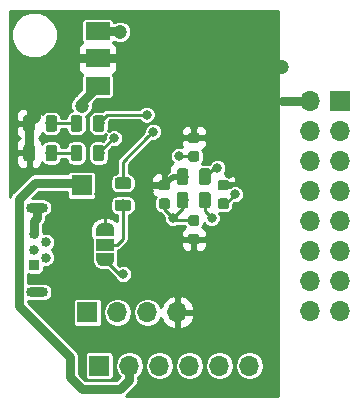
<source format=gbr>
G04 #@! TF.GenerationSoftware,KiCad,Pcbnew,(5.0.0-rc3-dev-2-g101b68b61)*
G04 #@! TF.CreationDate,2018-07-14T01:22:09-07:00*
G04 #@! TF.ProjectId,hp34401a_oled,68703334343031615F6F6C65642E6B69,rev?*
G04 #@! TF.SameCoordinates,Original*
G04 #@! TF.FileFunction,Copper,L1,Top,Signal*
G04 #@! TF.FilePolarity,Positive*
%FSLAX46Y46*%
G04 Gerber Fmt 4.6, Leading zero omitted, Abs format (unit mm)*
G04 Created by KiCad (PCBNEW (5.0.0-rc3-dev-2-g101b68b61)) date 07/14/18 01:22:09*
%MOMM*%
%LPD*%
G01*
G04 APERTURE LIST*
G04 #@! TA.AperFunction,ComponentPad*
%ADD10O,1.850000X0.850000*%
G04 #@! TD*
G04 #@! TA.AperFunction,ComponentPad*
%ADD11C,0.840000*%
G04 #@! TD*
G04 #@! TA.AperFunction,ComponentPad*
%ADD12R,0.840000X0.840000*%
G04 #@! TD*
G04 #@! TA.AperFunction,Conductor*
%ADD13C,0.100000*%
G04 #@! TD*
G04 #@! TA.AperFunction,SMDPad,CuDef*
%ADD14C,0.875000*%
G04 #@! TD*
G04 #@! TA.AperFunction,SMDPad,CuDef*
%ADD15C,0.975000*%
G04 #@! TD*
G04 #@! TA.AperFunction,ComponentPad*
%ADD16R,1.700000X1.700000*%
G04 #@! TD*
G04 #@! TA.AperFunction,ComponentPad*
%ADD17O,1.700000X1.700000*%
G04 #@! TD*
G04 #@! TA.AperFunction,SMDPad,CuDef*
%ADD18C,0.500000*%
G04 #@! TD*
G04 #@! TA.AperFunction,SMDPad,CuDef*
%ADD19R,1.500000X1.000000*%
G04 #@! TD*
G04 #@! TA.AperFunction,SMDPad,CuDef*
%ADD20R,2.000000X3.800000*%
G04 #@! TD*
G04 #@! TA.AperFunction,SMDPad,CuDef*
%ADD21R,2.000000X1.500000*%
G04 #@! TD*
G04 #@! TA.AperFunction,ViaPad*
%ADD22C,0.800000*%
G04 #@! TD*
G04 #@! TA.AperFunction,ViaPad*
%ADD23C,1.200000*%
G04 #@! TD*
G04 #@! TA.AperFunction,Conductor*
%ADD24C,0.250000*%
G04 #@! TD*
G04 #@! TA.AperFunction,Conductor*
%ADD25C,0.800000*%
G04 #@! TD*
G04 #@! TA.AperFunction,Conductor*
%ADD26C,0.500000*%
G04 #@! TD*
G04 APERTURE END LIST*
D10*
G04 #@! TO.P,J1,6*
G04 #@! TO.N,GND*
X52720000Y-57125000D03*
X52720000Y-64275000D03*
D11*
G04 #@! TO.P,J1,5*
X52500000Y-59400000D03*
G04 #@! TO.P,J1,4*
G04 #@! TO.N,N/C*
X53500000Y-60050000D03*
G04 #@! TO.P,J1,3*
G04 #@! TO.N,Net-(J1-Pad3)*
X52500000Y-60700000D03*
G04 #@! TO.P,J1,2*
G04 #@! TO.N,Net-(J1-Pad2)*
X53500000Y-61350000D03*
D12*
G04 #@! TO.P,J1,1*
G04 #@! TO.N,VBUS*
X52500000Y-62000000D03*
G04 #@! TD*
D13*
G04 #@! TO.N,+3V3*
G04 #@! TO.C,C3*
G36*
X63777691Y-54776053D02*
X63798926Y-54779203D01*
X63819750Y-54784419D01*
X63839962Y-54791651D01*
X63859368Y-54800830D01*
X63877781Y-54811866D01*
X63895024Y-54824654D01*
X63910930Y-54839070D01*
X63925346Y-54854976D01*
X63938134Y-54872219D01*
X63949170Y-54890632D01*
X63958349Y-54910038D01*
X63965581Y-54930250D01*
X63970797Y-54951074D01*
X63973947Y-54972309D01*
X63975000Y-54993750D01*
X63975000Y-55431250D01*
X63973947Y-55452691D01*
X63970797Y-55473926D01*
X63965581Y-55494750D01*
X63958349Y-55514962D01*
X63949170Y-55534368D01*
X63938134Y-55552781D01*
X63925346Y-55570024D01*
X63910930Y-55585930D01*
X63895024Y-55600346D01*
X63877781Y-55613134D01*
X63859368Y-55624170D01*
X63839962Y-55633349D01*
X63819750Y-55640581D01*
X63798926Y-55645797D01*
X63777691Y-55648947D01*
X63756250Y-55650000D01*
X63243750Y-55650000D01*
X63222309Y-55648947D01*
X63201074Y-55645797D01*
X63180250Y-55640581D01*
X63160038Y-55633349D01*
X63140632Y-55624170D01*
X63122219Y-55613134D01*
X63104976Y-55600346D01*
X63089070Y-55585930D01*
X63074654Y-55570024D01*
X63061866Y-55552781D01*
X63050830Y-55534368D01*
X63041651Y-55514962D01*
X63034419Y-55494750D01*
X63029203Y-55473926D01*
X63026053Y-55452691D01*
X63025000Y-55431250D01*
X63025000Y-54993750D01*
X63026053Y-54972309D01*
X63029203Y-54951074D01*
X63034419Y-54930250D01*
X63041651Y-54910038D01*
X63050830Y-54890632D01*
X63061866Y-54872219D01*
X63074654Y-54854976D01*
X63089070Y-54839070D01*
X63104976Y-54824654D01*
X63122219Y-54811866D01*
X63140632Y-54800830D01*
X63160038Y-54791651D01*
X63180250Y-54784419D01*
X63201074Y-54779203D01*
X63222309Y-54776053D01*
X63243750Y-54775000D01*
X63756250Y-54775000D01*
X63777691Y-54776053D01*
X63777691Y-54776053D01*
G37*
D14*
G04 #@! TD*
G04 #@! TO.P,C3,1*
G04 #@! TO.N,+3V3*
X63500000Y-55212500D03*
D13*
G04 #@! TO.N,GND*
G04 #@! TO.C,C3*
G36*
X63777691Y-56351053D02*
X63798926Y-56354203D01*
X63819750Y-56359419D01*
X63839962Y-56366651D01*
X63859368Y-56375830D01*
X63877781Y-56386866D01*
X63895024Y-56399654D01*
X63910930Y-56414070D01*
X63925346Y-56429976D01*
X63938134Y-56447219D01*
X63949170Y-56465632D01*
X63958349Y-56485038D01*
X63965581Y-56505250D01*
X63970797Y-56526074D01*
X63973947Y-56547309D01*
X63975000Y-56568750D01*
X63975000Y-57006250D01*
X63973947Y-57027691D01*
X63970797Y-57048926D01*
X63965581Y-57069750D01*
X63958349Y-57089962D01*
X63949170Y-57109368D01*
X63938134Y-57127781D01*
X63925346Y-57145024D01*
X63910930Y-57160930D01*
X63895024Y-57175346D01*
X63877781Y-57188134D01*
X63859368Y-57199170D01*
X63839962Y-57208349D01*
X63819750Y-57215581D01*
X63798926Y-57220797D01*
X63777691Y-57223947D01*
X63756250Y-57225000D01*
X63243750Y-57225000D01*
X63222309Y-57223947D01*
X63201074Y-57220797D01*
X63180250Y-57215581D01*
X63160038Y-57208349D01*
X63140632Y-57199170D01*
X63122219Y-57188134D01*
X63104976Y-57175346D01*
X63089070Y-57160930D01*
X63074654Y-57145024D01*
X63061866Y-57127781D01*
X63050830Y-57109368D01*
X63041651Y-57089962D01*
X63034419Y-57069750D01*
X63029203Y-57048926D01*
X63026053Y-57027691D01*
X63025000Y-57006250D01*
X63025000Y-56568750D01*
X63026053Y-56547309D01*
X63029203Y-56526074D01*
X63034419Y-56505250D01*
X63041651Y-56485038D01*
X63050830Y-56465632D01*
X63061866Y-56447219D01*
X63074654Y-56429976D01*
X63089070Y-56414070D01*
X63104976Y-56399654D01*
X63122219Y-56386866D01*
X63140632Y-56375830D01*
X63160038Y-56366651D01*
X63180250Y-56359419D01*
X63201074Y-56354203D01*
X63222309Y-56351053D01*
X63243750Y-56350000D01*
X63756250Y-56350000D01*
X63777691Y-56351053D01*
X63777691Y-56351053D01*
G37*
D14*
G04 #@! TD*
G04 #@! TO.P,C3,2*
G04 #@! TO.N,GND*
X63500000Y-56787500D03*
D13*
G04 #@! TO.N,GND*
G04 #@! TO.C,C4*
G36*
X66277691Y-57776053D02*
X66298926Y-57779203D01*
X66319750Y-57784419D01*
X66339962Y-57791651D01*
X66359368Y-57800830D01*
X66377781Y-57811866D01*
X66395024Y-57824654D01*
X66410930Y-57839070D01*
X66425346Y-57854976D01*
X66438134Y-57872219D01*
X66449170Y-57890632D01*
X66458349Y-57910038D01*
X66465581Y-57930250D01*
X66470797Y-57951074D01*
X66473947Y-57972309D01*
X66475000Y-57993750D01*
X66475000Y-58431250D01*
X66473947Y-58452691D01*
X66470797Y-58473926D01*
X66465581Y-58494750D01*
X66458349Y-58514962D01*
X66449170Y-58534368D01*
X66438134Y-58552781D01*
X66425346Y-58570024D01*
X66410930Y-58585930D01*
X66395024Y-58600346D01*
X66377781Y-58613134D01*
X66359368Y-58624170D01*
X66339962Y-58633349D01*
X66319750Y-58640581D01*
X66298926Y-58645797D01*
X66277691Y-58648947D01*
X66256250Y-58650000D01*
X65743750Y-58650000D01*
X65722309Y-58648947D01*
X65701074Y-58645797D01*
X65680250Y-58640581D01*
X65660038Y-58633349D01*
X65640632Y-58624170D01*
X65622219Y-58613134D01*
X65604976Y-58600346D01*
X65589070Y-58585930D01*
X65574654Y-58570024D01*
X65561866Y-58552781D01*
X65550830Y-58534368D01*
X65541651Y-58514962D01*
X65534419Y-58494750D01*
X65529203Y-58473926D01*
X65526053Y-58452691D01*
X65525000Y-58431250D01*
X65525000Y-57993750D01*
X65526053Y-57972309D01*
X65529203Y-57951074D01*
X65534419Y-57930250D01*
X65541651Y-57910038D01*
X65550830Y-57890632D01*
X65561866Y-57872219D01*
X65574654Y-57854976D01*
X65589070Y-57839070D01*
X65604976Y-57824654D01*
X65622219Y-57811866D01*
X65640632Y-57800830D01*
X65660038Y-57791651D01*
X65680250Y-57784419D01*
X65701074Y-57779203D01*
X65722309Y-57776053D01*
X65743750Y-57775000D01*
X66256250Y-57775000D01*
X66277691Y-57776053D01*
X66277691Y-57776053D01*
G37*
D14*
G04 #@! TD*
G04 #@! TO.P,C4,2*
G04 #@! TO.N,GND*
X66000000Y-58212500D03*
D13*
G04 #@! TO.N,+3V3*
G04 #@! TO.C,C4*
G36*
X66277691Y-59351053D02*
X66298926Y-59354203D01*
X66319750Y-59359419D01*
X66339962Y-59366651D01*
X66359368Y-59375830D01*
X66377781Y-59386866D01*
X66395024Y-59399654D01*
X66410930Y-59414070D01*
X66425346Y-59429976D01*
X66438134Y-59447219D01*
X66449170Y-59465632D01*
X66458349Y-59485038D01*
X66465581Y-59505250D01*
X66470797Y-59526074D01*
X66473947Y-59547309D01*
X66475000Y-59568750D01*
X66475000Y-60006250D01*
X66473947Y-60027691D01*
X66470797Y-60048926D01*
X66465581Y-60069750D01*
X66458349Y-60089962D01*
X66449170Y-60109368D01*
X66438134Y-60127781D01*
X66425346Y-60145024D01*
X66410930Y-60160930D01*
X66395024Y-60175346D01*
X66377781Y-60188134D01*
X66359368Y-60199170D01*
X66339962Y-60208349D01*
X66319750Y-60215581D01*
X66298926Y-60220797D01*
X66277691Y-60223947D01*
X66256250Y-60225000D01*
X65743750Y-60225000D01*
X65722309Y-60223947D01*
X65701074Y-60220797D01*
X65680250Y-60215581D01*
X65660038Y-60208349D01*
X65640632Y-60199170D01*
X65622219Y-60188134D01*
X65604976Y-60175346D01*
X65589070Y-60160930D01*
X65574654Y-60145024D01*
X65561866Y-60127781D01*
X65550830Y-60109368D01*
X65541651Y-60089962D01*
X65534419Y-60069750D01*
X65529203Y-60048926D01*
X65526053Y-60027691D01*
X65525000Y-60006250D01*
X65525000Y-59568750D01*
X65526053Y-59547309D01*
X65529203Y-59526074D01*
X65534419Y-59505250D01*
X65541651Y-59485038D01*
X65550830Y-59465632D01*
X65561866Y-59447219D01*
X65574654Y-59429976D01*
X65589070Y-59414070D01*
X65604976Y-59399654D01*
X65622219Y-59386866D01*
X65640632Y-59375830D01*
X65660038Y-59366651D01*
X65680250Y-59359419D01*
X65701074Y-59354203D01*
X65722309Y-59351053D01*
X65743750Y-59350000D01*
X66256250Y-59350000D01*
X66277691Y-59351053D01*
X66277691Y-59351053D01*
G37*
D14*
G04 #@! TD*
G04 #@! TO.P,C4,1*
G04 #@! TO.N,+3V3*
X66000000Y-59787500D03*
D13*
G04 #@! TO.N,+3V3*
G04 #@! TO.C,C5*
G36*
X66277691Y-50776053D02*
X66298926Y-50779203D01*
X66319750Y-50784419D01*
X66339962Y-50791651D01*
X66359368Y-50800830D01*
X66377781Y-50811866D01*
X66395024Y-50824654D01*
X66410930Y-50839070D01*
X66425346Y-50854976D01*
X66438134Y-50872219D01*
X66449170Y-50890632D01*
X66458349Y-50910038D01*
X66465581Y-50930250D01*
X66470797Y-50951074D01*
X66473947Y-50972309D01*
X66475000Y-50993750D01*
X66475000Y-51431250D01*
X66473947Y-51452691D01*
X66470797Y-51473926D01*
X66465581Y-51494750D01*
X66458349Y-51514962D01*
X66449170Y-51534368D01*
X66438134Y-51552781D01*
X66425346Y-51570024D01*
X66410930Y-51585930D01*
X66395024Y-51600346D01*
X66377781Y-51613134D01*
X66359368Y-51624170D01*
X66339962Y-51633349D01*
X66319750Y-51640581D01*
X66298926Y-51645797D01*
X66277691Y-51648947D01*
X66256250Y-51650000D01*
X65743750Y-51650000D01*
X65722309Y-51648947D01*
X65701074Y-51645797D01*
X65680250Y-51640581D01*
X65660038Y-51633349D01*
X65640632Y-51624170D01*
X65622219Y-51613134D01*
X65604976Y-51600346D01*
X65589070Y-51585930D01*
X65574654Y-51570024D01*
X65561866Y-51552781D01*
X65550830Y-51534368D01*
X65541651Y-51514962D01*
X65534419Y-51494750D01*
X65529203Y-51473926D01*
X65526053Y-51452691D01*
X65525000Y-51431250D01*
X65525000Y-50993750D01*
X65526053Y-50972309D01*
X65529203Y-50951074D01*
X65534419Y-50930250D01*
X65541651Y-50910038D01*
X65550830Y-50890632D01*
X65561866Y-50872219D01*
X65574654Y-50854976D01*
X65589070Y-50839070D01*
X65604976Y-50824654D01*
X65622219Y-50811866D01*
X65640632Y-50800830D01*
X65660038Y-50791651D01*
X65680250Y-50784419D01*
X65701074Y-50779203D01*
X65722309Y-50776053D01*
X65743750Y-50775000D01*
X66256250Y-50775000D01*
X66277691Y-50776053D01*
X66277691Y-50776053D01*
G37*
D14*
G04 #@! TD*
G04 #@! TO.P,C5,1*
G04 #@! TO.N,+3V3*
X66000000Y-51212500D03*
D13*
G04 #@! TO.N,GND*
G04 #@! TO.C,C5*
G36*
X66277691Y-52351053D02*
X66298926Y-52354203D01*
X66319750Y-52359419D01*
X66339962Y-52366651D01*
X66359368Y-52375830D01*
X66377781Y-52386866D01*
X66395024Y-52399654D01*
X66410930Y-52414070D01*
X66425346Y-52429976D01*
X66438134Y-52447219D01*
X66449170Y-52465632D01*
X66458349Y-52485038D01*
X66465581Y-52505250D01*
X66470797Y-52526074D01*
X66473947Y-52547309D01*
X66475000Y-52568750D01*
X66475000Y-53006250D01*
X66473947Y-53027691D01*
X66470797Y-53048926D01*
X66465581Y-53069750D01*
X66458349Y-53089962D01*
X66449170Y-53109368D01*
X66438134Y-53127781D01*
X66425346Y-53145024D01*
X66410930Y-53160930D01*
X66395024Y-53175346D01*
X66377781Y-53188134D01*
X66359368Y-53199170D01*
X66339962Y-53208349D01*
X66319750Y-53215581D01*
X66298926Y-53220797D01*
X66277691Y-53223947D01*
X66256250Y-53225000D01*
X65743750Y-53225000D01*
X65722309Y-53223947D01*
X65701074Y-53220797D01*
X65680250Y-53215581D01*
X65660038Y-53208349D01*
X65640632Y-53199170D01*
X65622219Y-53188134D01*
X65604976Y-53175346D01*
X65589070Y-53160930D01*
X65574654Y-53145024D01*
X65561866Y-53127781D01*
X65550830Y-53109368D01*
X65541651Y-53089962D01*
X65534419Y-53069750D01*
X65529203Y-53048926D01*
X65526053Y-53027691D01*
X65525000Y-53006250D01*
X65525000Y-52568750D01*
X65526053Y-52547309D01*
X65529203Y-52526074D01*
X65534419Y-52505250D01*
X65541651Y-52485038D01*
X65550830Y-52465632D01*
X65561866Y-52447219D01*
X65574654Y-52429976D01*
X65589070Y-52414070D01*
X65604976Y-52399654D01*
X65622219Y-52386866D01*
X65640632Y-52375830D01*
X65660038Y-52366651D01*
X65680250Y-52359419D01*
X65701074Y-52354203D01*
X65722309Y-52351053D01*
X65743750Y-52350000D01*
X66256250Y-52350000D01*
X66277691Y-52351053D01*
X66277691Y-52351053D01*
G37*
D14*
G04 #@! TD*
G04 #@! TO.P,C5,2*
G04 #@! TO.N,GND*
X66000000Y-52787500D03*
D13*
G04 #@! TO.N,GND*
G04 #@! TO.C,C6*
G36*
X68777691Y-56351053D02*
X68798926Y-56354203D01*
X68819750Y-56359419D01*
X68839962Y-56366651D01*
X68859368Y-56375830D01*
X68877781Y-56386866D01*
X68895024Y-56399654D01*
X68910930Y-56414070D01*
X68925346Y-56429976D01*
X68938134Y-56447219D01*
X68949170Y-56465632D01*
X68958349Y-56485038D01*
X68965581Y-56505250D01*
X68970797Y-56526074D01*
X68973947Y-56547309D01*
X68975000Y-56568750D01*
X68975000Y-57006250D01*
X68973947Y-57027691D01*
X68970797Y-57048926D01*
X68965581Y-57069750D01*
X68958349Y-57089962D01*
X68949170Y-57109368D01*
X68938134Y-57127781D01*
X68925346Y-57145024D01*
X68910930Y-57160930D01*
X68895024Y-57175346D01*
X68877781Y-57188134D01*
X68859368Y-57199170D01*
X68839962Y-57208349D01*
X68819750Y-57215581D01*
X68798926Y-57220797D01*
X68777691Y-57223947D01*
X68756250Y-57225000D01*
X68243750Y-57225000D01*
X68222309Y-57223947D01*
X68201074Y-57220797D01*
X68180250Y-57215581D01*
X68160038Y-57208349D01*
X68140632Y-57199170D01*
X68122219Y-57188134D01*
X68104976Y-57175346D01*
X68089070Y-57160930D01*
X68074654Y-57145024D01*
X68061866Y-57127781D01*
X68050830Y-57109368D01*
X68041651Y-57089962D01*
X68034419Y-57069750D01*
X68029203Y-57048926D01*
X68026053Y-57027691D01*
X68025000Y-57006250D01*
X68025000Y-56568750D01*
X68026053Y-56547309D01*
X68029203Y-56526074D01*
X68034419Y-56505250D01*
X68041651Y-56485038D01*
X68050830Y-56465632D01*
X68061866Y-56447219D01*
X68074654Y-56429976D01*
X68089070Y-56414070D01*
X68104976Y-56399654D01*
X68122219Y-56386866D01*
X68140632Y-56375830D01*
X68160038Y-56366651D01*
X68180250Y-56359419D01*
X68201074Y-56354203D01*
X68222309Y-56351053D01*
X68243750Y-56350000D01*
X68756250Y-56350000D01*
X68777691Y-56351053D01*
X68777691Y-56351053D01*
G37*
D14*
G04 #@! TD*
G04 #@! TO.P,C6,2*
G04 #@! TO.N,GND*
X68500000Y-56787500D03*
D13*
G04 #@! TO.N,+3V3*
G04 #@! TO.C,C6*
G36*
X68777691Y-54776053D02*
X68798926Y-54779203D01*
X68819750Y-54784419D01*
X68839962Y-54791651D01*
X68859368Y-54800830D01*
X68877781Y-54811866D01*
X68895024Y-54824654D01*
X68910930Y-54839070D01*
X68925346Y-54854976D01*
X68938134Y-54872219D01*
X68949170Y-54890632D01*
X68958349Y-54910038D01*
X68965581Y-54930250D01*
X68970797Y-54951074D01*
X68973947Y-54972309D01*
X68975000Y-54993750D01*
X68975000Y-55431250D01*
X68973947Y-55452691D01*
X68970797Y-55473926D01*
X68965581Y-55494750D01*
X68958349Y-55514962D01*
X68949170Y-55534368D01*
X68938134Y-55552781D01*
X68925346Y-55570024D01*
X68910930Y-55585930D01*
X68895024Y-55600346D01*
X68877781Y-55613134D01*
X68859368Y-55624170D01*
X68839962Y-55633349D01*
X68819750Y-55640581D01*
X68798926Y-55645797D01*
X68777691Y-55648947D01*
X68756250Y-55650000D01*
X68243750Y-55650000D01*
X68222309Y-55648947D01*
X68201074Y-55645797D01*
X68180250Y-55640581D01*
X68160038Y-55633349D01*
X68140632Y-55624170D01*
X68122219Y-55613134D01*
X68104976Y-55600346D01*
X68089070Y-55585930D01*
X68074654Y-55570024D01*
X68061866Y-55552781D01*
X68050830Y-55534368D01*
X68041651Y-55514962D01*
X68034419Y-55494750D01*
X68029203Y-55473926D01*
X68026053Y-55452691D01*
X68025000Y-55431250D01*
X68025000Y-54993750D01*
X68026053Y-54972309D01*
X68029203Y-54951074D01*
X68034419Y-54930250D01*
X68041651Y-54910038D01*
X68050830Y-54890632D01*
X68061866Y-54872219D01*
X68074654Y-54854976D01*
X68089070Y-54839070D01*
X68104976Y-54824654D01*
X68122219Y-54811866D01*
X68140632Y-54800830D01*
X68160038Y-54791651D01*
X68180250Y-54784419D01*
X68201074Y-54779203D01*
X68222309Y-54776053D01*
X68243750Y-54775000D01*
X68756250Y-54775000D01*
X68777691Y-54776053D01*
X68777691Y-54776053D01*
G37*
D14*
G04 #@! TD*
G04 #@! TO.P,C6,1*
G04 #@! TO.N,+3V3*
X68500000Y-55212500D03*
D13*
G04 #@! TO.N,+3V3*
G04 #@! TO.C,D1*
G36*
X52330142Y-51801174D02*
X52353803Y-51804684D01*
X52377007Y-51810496D01*
X52399529Y-51818554D01*
X52421153Y-51828782D01*
X52441670Y-51841079D01*
X52460883Y-51855329D01*
X52478607Y-51871393D01*
X52494671Y-51889117D01*
X52508921Y-51908330D01*
X52521218Y-51928847D01*
X52531446Y-51950471D01*
X52539504Y-51972993D01*
X52545316Y-51996197D01*
X52548826Y-52019858D01*
X52550000Y-52043750D01*
X52550000Y-52956250D01*
X52548826Y-52980142D01*
X52545316Y-53003803D01*
X52539504Y-53027007D01*
X52531446Y-53049529D01*
X52521218Y-53071153D01*
X52508921Y-53091670D01*
X52494671Y-53110883D01*
X52478607Y-53128607D01*
X52460883Y-53144671D01*
X52441670Y-53158921D01*
X52421153Y-53171218D01*
X52399529Y-53181446D01*
X52377007Y-53189504D01*
X52353803Y-53195316D01*
X52330142Y-53198826D01*
X52306250Y-53200000D01*
X51818750Y-53200000D01*
X51794858Y-53198826D01*
X51771197Y-53195316D01*
X51747993Y-53189504D01*
X51725471Y-53181446D01*
X51703847Y-53171218D01*
X51683330Y-53158921D01*
X51664117Y-53144671D01*
X51646393Y-53128607D01*
X51630329Y-53110883D01*
X51616079Y-53091670D01*
X51603782Y-53071153D01*
X51593554Y-53049529D01*
X51585496Y-53027007D01*
X51579684Y-53003803D01*
X51576174Y-52980142D01*
X51575000Y-52956250D01*
X51575000Y-52043750D01*
X51576174Y-52019858D01*
X51579684Y-51996197D01*
X51585496Y-51972993D01*
X51593554Y-51950471D01*
X51603782Y-51928847D01*
X51616079Y-51908330D01*
X51630329Y-51889117D01*
X51646393Y-51871393D01*
X51664117Y-51855329D01*
X51683330Y-51841079D01*
X51703847Y-51828782D01*
X51725471Y-51818554D01*
X51747993Y-51810496D01*
X51771197Y-51804684D01*
X51794858Y-51801174D01*
X51818750Y-51800000D01*
X52306250Y-51800000D01*
X52330142Y-51801174D01*
X52330142Y-51801174D01*
G37*
D15*
G04 #@! TD*
G04 #@! TO.P,D1,2*
G04 #@! TO.N,+3V3*
X52062500Y-52500000D03*
D13*
G04 #@! TO.N,Net-(D1-Pad1)*
G04 #@! TO.C,D1*
G36*
X54205142Y-51801174D02*
X54228803Y-51804684D01*
X54252007Y-51810496D01*
X54274529Y-51818554D01*
X54296153Y-51828782D01*
X54316670Y-51841079D01*
X54335883Y-51855329D01*
X54353607Y-51871393D01*
X54369671Y-51889117D01*
X54383921Y-51908330D01*
X54396218Y-51928847D01*
X54406446Y-51950471D01*
X54414504Y-51972993D01*
X54420316Y-51996197D01*
X54423826Y-52019858D01*
X54425000Y-52043750D01*
X54425000Y-52956250D01*
X54423826Y-52980142D01*
X54420316Y-53003803D01*
X54414504Y-53027007D01*
X54406446Y-53049529D01*
X54396218Y-53071153D01*
X54383921Y-53091670D01*
X54369671Y-53110883D01*
X54353607Y-53128607D01*
X54335883Y-53144671D01*
X54316670Y-53158921D01*
X54296153Y-53171218D01*
X54274529Y-53181446D01*
X54252007Y-53189504D01*
X54228803Y-53195316D01*
X54205142Y-53198826D01*
X54181250Y-53200000D01*
X53693750Y-53200000D01*
X53669858Y-53198826D01*
X53646197Y-53195316D01*
X53622993Y-53189504D01*
X53600471Y-53181446D01*
X53578847Y-53171218D01*
X53558330Y-53158921D01*
X53539117Y-53144671D01*
X53521393Y-53128607D01*
X53505329Y-53110883D01*
X53491079Y-53091670D01*
X53478782Y-53071153D01*
X53468554Y-53049529D01*
X53460496Y-53027007D01*
X53454684Y-53003803D01*
X53451174Y-52980142D01*
X53450000Y-52956250D01*
X53450000Y-52043750D01*
X53451174Y-52019858D01*
X53454684Y-51996197D01*
X53460496Y-51972993D01*
X53468554Y-51950471D01*
X53478782Y-51928847D01*
X53491079Y-51908330D01*
X53505329Y-51889117D01*
X53521393Y-51871393D01*
X53539117Y-51855329D01*
X53558330Y-51841079D01*
X53578847Y-51828782D01*
X53600471Y-51818554D01*
X53622993Y-51810496D01*
X53646197Y-51804684D01*
X53669858Y-51801174D01*
X53693750Y-51800000D01*
X54181250Y-51800000D01*
X54205142Y-51801174D01*
X54205142Y-51801174D01*
G37*
D15*
G04 #@! TD*
G04 #@! TO.P,D1,1*
G04 #@! TO.N,Net-(D1-Pad1)*
X53937500Y-52500000D03*
D13*
G04 #@! TO.N,Net-(D2-Pad1)*
G04 #@! TO.C,D2*
G36*
X54205142Y-49301174D02*
X54228803Y-49304684D01*
X54252007Y-49310496D01*
X54274529Y-49318554D01*
X54296153Y-49328782D01*
X54316670Y-49341079D01*
X54335883Y-49355329D01*
X54353607Y-49371393D01*
X54369671Y-49389117D01*
X54383921Y-49408330D01*
X54396218Y-49428847D01*
X54406446Y-49450471D01*
X54414504Y-49472993D01*
X54420316Y-49496197D01*
X54423826Y-49519858D01*
X54425000Y-49543750D01*
X54425000Y-50456250D01*
X54423826Y-50480142D01*
X54420316Y-50503803D01*
X54414504Y-50527007D01*
X54406446Y-50549529D01*
X54396218Y-50571153D01*
X54383921Y-50591670D01*
X54369671Y-50610883D01*
X54353607Y-50628607D01*
X54335883Y-50644671D01*
X54316670Y-50658921D01*
X54296153Y-50671218D01*
X54274529Y-50681446D01*
X54252007Y-50689504D01*
X54228803Y-50695316D01*
X54205142Y-50698826D01*
X54181250Y-50700000D01*
X53693750Y-50700000D01*
X53669858Y-50698826D01*
X53646197Y-50695316D01*
X53622993Y-50689504D01*
X53600471Y-50681446D01*
X53578847Y-50671218D01*
X53558330Y-50658921D01*
X53539117Y-50644671D01*
X53521393Y-50628607D01*
X53505329Y-50610883D01*
X53491079Y-50591670D01*
X53478782Y-50571153D01*
X53468554Y-50549529D01*
X53460496Y-50527007D01*
X53454684Y-50503803D01*
X53451174Y-50480142D01*
X53450000Y-50456250D01*
X53450000Y-49543750D01*
X53451174Y-49519858D01*
X53454684Y-49496197D01*
X53460496Y-49472993D01*
X53468554Y-49450471D01*
X53478782Y-49428847D01*
X53491079Y-49408330D01*
X53505329Y-49389117D01*
X53521393Y-49371393D01*
X53539117Y-49355329D01*
X53558330Y-49341079D01*
X53578847Y-49328782D01*
X53600471Y-49318554D01*
X53622993Y-49310496D01*
X53646197Y-49304684D01*
X53669858Y-49301174D01*
X53693750Y-49300000D01*
X54181250Y-49300000D01*
X54205142Y-49301174D01*
X54205142Y-49301174D01*
G37*
D15*
G04 #@! TD*
G04 #@! TO.P,D2,1*
G04 #@! TO.N,Net-(D2-Pad1)*
X53937500Y-50000000D03*
D13*
G04 #@! TO.N,+3V3*
G04 #@! TO.C,D2*
G36*
X52330142Y-49301174D02*
X52353803Y-49304684D01*
X52377007Y-49310496D01*
X52399529Y-49318554D01*
X52421153Y-49328782D01*
X52441670Y-49341079D01*
X52460883Y-49355329D01*
X52478607Y-49371393D01*
X52494671Y-49389117D01*
X52508921Y-49408330D01*
X52521218Y-49428847D01*
X52531446Y-49450471D01*
X52539504Y-49472993D01*
X52545316Y-49496197D01*
X52548826Y-49519858D01*
X52550000Y-49543750D01*
X52550000Y-50456250D01*
X52548826Y-50480142D01*
X52545316Y-50503803D01*
X52539504Y-50527007D01*
X52531446Y-50549529D01*
X52521218Y-50571153D01*
X52508921Y-50591670D01*
X52494671Y-50610883D01*
X52478607Y-50628607D01*
X52460883Y-50644671D01*
X52441670Y-50658921D01*
X52421153Y-50671218D01*
X52399529Y-50681446D01*
X52377007Y-50689504D01*
X52353803Y-50695316D01*
X52330142Y-50698826D01*
X52306250Y-50700000D01*
X51818750Y-50700000D01*
X51794858Y-50698826D01*
X51771197Y-50695316D01*
X51747993Y-50689504D01*
X51725471Y-50681446D01*
X51703847Y-50671218D01*
X51683330Y-50658921D01*
X51664117Y-50644671D01*
X51646393Y-50628607D01*
X51630329Y-50610883D01*
X51616079Y-50591670D01*
X51603782Y-50571153D01*
X51593554Y-50549529D01*
X51585496Y-50527007D01*
X51579684Y-50503803D01*
X51576174Y-50480142D01*
X51575000Y-50456250D01*
X51575000Y-49543750D01*
X51576174Y-49519858D01*
X51579684Y-49496197D01*
X51585496Y-49472993D01*
X51593554Y-49450471D01*
X51603782Y-49428847D01*
X51616079Y-49408330D01*
X51630329Y-49389117D01*
X51646393Y-49371393D01*
X51664117Y-49355329D01*
X51683330Y-49341079D01*
X51703847Y-49328782D01*
X51725471Y-49318554D01*
X51747993Y-49310496D01*
X51771197Y-49304684D01*
X51794858Y-49301174D01*
X51818750Y-49300000D01*
X52306250Y-49300000D01*
X52330142Y-49301174D01*
X52330142Y-49301174D01*
G37*
D15*
G04 #@! TD*
G04 #@! TO.P,D2,2*
G04 #@! TO.N,+3V3*
X52062500Y-50000000D03*
D16*
G04 #@! TO.P,J2,1*
G04 #@! TO.N,GND*
X78340000Y-48100000D03*
D17*
G04 #@! TO.P,J2,2*
G04 #@! TO.N,+3V3*
X75800000Y-48100000D03*
G04 #@! TO.P,J2,3*
G04 #@! TO.N,N/C*
X78340000Y-50640000D03*
G04 #@! TO.P,J2,4*
G04 #@! TO.N,/DB0*
X75800000Y-50640000D03*
G04 #@! TO.P,J2,5*
G04 #@! TO.N,/DB1*
X78340000Y-53180000D03*
G04 #@! TO.P,J2,6*
G04 #@! TO.N,/DB2*
X75800000Y-53180000D03*
G04 #@! TO.P,J2,7*
G04 #@! TO.N,/DB3*
X78340000Y-55720000D03*
G04 #@! TO.P,J2,8*
G04 #@! TO.N,/DB4*
X75800000Y-55720000D03*
G04 #@! TO.P,J2,9*
G04 #@! TO.N,/DB5*
X78340000Y-58260000D03*
G04 #@! TO.P,J2,10*
G04 #@! TO.N,/DB6*
X75800000Y-58260000D03*
G04 #@! TO.P,J2,11*
G04 #@! TO.N,/DB7*
X78340000Y-60800000D03*
G04 #@! TO.P,J2,12*
G04 #@! TO.N,/RD*
X75800000Y-60800000D03*
G04 #@! TO.P,J2,13*
G04 #@! TO.N,/WR*
X78340000Y-63340000D03*
G04 #@! TO.P,J2,14*
G04 #@! TO.N,/BOOT1*
X75800000Y-63340000D03*
G04 #@! TO.P,J2,15*
G04 #@! TO.N,/Reset*
X78340000Y-65880000D03*
G04 #@! TO.P,J2,16*
G04 #@! TO.N,/CS*
X75800000Y-65880000D03*
G04 #@! TD*
D16*
G04 #@! TO.P,J3,1*
G04 #@! TO.N,GND*
X57000000Y-66000000D03*
D17*
G04 #@! TO.P,J3,2*
G04 #@! TO.N,/USART_RX*
X59540000Y-66000000D03*
G04 #@! TO.P,J3,3*
G04 #@! TO.N,/USART_TX*
X62080000Y-66000000D03*
G04 #@! TO.P,J3,4*
G04 #@! TO.N,+3V3*
X64620000Y-66000000D03*
G04 #@! TD*
D16*
G04 #@! TO.P,J4,1*
G04 #@! TO.N,GND*
X58000000Y-70500000D03*
D17*
G04 #@! TO.P,J4,2*
G04 #@! TO.N,+12V*
X60540000Y-70500000D03*
G04 #@! TO.P,J4,3*
G04 #@! TO.N,/SPI_MOSI*
X63080000Y-70500000D03*
G04 #@! TO.P,J4,4*
G04 #@! TO.N,/SPI_MISO*
X65620000Y-70500000D03*
G04 #@! TO.P,J4,5*
G04 #@! TO.N,/SPI_SCK*
X68160000Y-70500000D03*
G04 #@! TO.P,J4,6*
G04 #@! TO.N,/SPI_INT*
X70700000Y-70500000D03*
G04 #@! TD*
D18*
G04 #@! TO.P,JP1,1*
G04 #@! TO.N,GND*
X58500000Y-61550000D03*
D13*
G04 #@! TD*
G04 #@! TO.N,GND*
G04 #@! TO.C,JP1*
G36*
X59250000Y-61000000D02*
X59250000Y-61550000D01*
X59249398Y-61550000D01*
X59249398Y-61574534D01*
X59244588Y-61623365D01*
X59235016Y-61671490D01*
X59220772Y-61718445D01*
X59201995Y-61763778D01*
X59178864Y-61807051D01*
X59151604Y-61847850D01*
X59120476Y-61885779D01*
X59085779Y-61920476D01*
X59047850Y-61951604D01*
X59007051Y-61978864D01*
X58963778Y-62001995D01*
X58918445Y-62020772D01*
X58871490Y-62035016D01*
X58823365Y-62044588D01*
X58774534Y-62049398D01*
X58750000Y-62049398D01*
X58750000Y-62050000D01*
X58250000Y-62050000D01*
X58250000Y-62049398D01*
X58225466Y-62049398D01*
X58176635Y-62044588D01*
X58128510Y-62035016D01*
X58081555Y-62020772D01*
X58036222Y-62001995D01*
X57992949Y-61978864D01*
X57952150Y-61951604D01*
X57914221Y-61920476D01*
X57879524Y-61885779D01*
X57848396Y-61847850D01*
X57821136Y-61807051D01*
X57798005Y-61763778D01*
X57779228Y-61718445D01*
X57764984Y-61671490D01*
X57755412Y-61623365D01*
X57750602Y-61574534D01*
X57750602Y-61550000D01*
X57750000Y-61550000D01*
X57750000Y-61000000D01*
X59250000Y-61000000D01*
X59250000Y-61000000D01*
G37*
D18*
G04 #@! TO.P,JP1,3*
G04 #@! TO.N,+3V3*
X58500000Y-58950000D03*
D13*
G04 #@! TD*
G04 #@! TO.N,+3V3*
G04 #@! TO.C,JP1*
G36*
X57750602Y-58950000D02*
X57750602Y-58925466D01*
X57755412Y-58876635D01*
X57764984Y-58828510D01*
X57779228Y-58781555D01*
X57798005Y-58736222D01*
X57821136Y-58692949D01*
X57848396Y-58652150D01*
X57879524Y-58614221D01*
X57914221Y-58579524D01*
X57952150Y-58548396D01*
X57992949Y-58521136D01*
X58036222Y-58498005D01*
X58081555Y-58479228D01*
X58128510Y-58464984D01*
X58176635Y-58455412D01*
X58225466Y-58450602D01*
X58250000Y-58450602D01*
X58250000Y-58450000D01*
X58750000Y-58450000D01*
X58750000Y-58450602D01*
X58774534Y-58450602D01*
X58823365Y-58455412D01*
X58871490Y-58464984D01*
X58918445Y-58479228D01*
X58963778Y-58498005D01*
X59007051Y-58521136D01*
X59047850Y-58548396D01*
X59085779Y-58579524D01*
X59120476Y-58614221D01*
X59151604Y-58652150D01*
X59178864Y-58692949D01*
X59201995Y-58736222D01*
X59220772Y-58781555D01*
X59235016Y-58828510D01*
X59244588Y-58876635D01*
X59249398Y-58925466D01*
X59249398Y-58950000D01*
X59250000Y-58950000D01*
X59250000Y-59500000D01*
X57750000Y-59500000D01*
X57750000Y-58950000D01*
X57750602Y-58950000D01*
X57750602Y-58950000D01*
G37*
D19*
G04 #@! TO.P,JP1,2*
G04 #@! TO.N,Net-(JP1-Pad2)*
X58500000Y-60250000D03*
G04 #@! TD*
D13*
G04 #@! TO.N,Net-(R1-Pad2)*
G04 #@! TO.C,R1*
G36*
X67205142Y-53801174D02*
X67228803Y-53804684D01*
X67252007Y-53810496D01*
X67274529Y-53818554D01*
X67296153Y-53828782D01*
X67316670Y-53841079D01*
X67335883Y-53855329D01*
X67353607Y-53871393D01*
X67369671Y-53889117D01*
X67383921Y-53908330D01*
X67396218Y-53928847D01*
X67406446Y-53950471D01*
X67414504Y-53972993D01*
X67420316Y-53996197D01*
X67423826Y-54019858D01*
X67425000Y-54043750D01*
X67425000Y-54956250D01*
X67423826Y-54980142D01*
X67420316Y-55003803D01*
X67414504Y-55027007D01*
X67406446Y-55049529D01*
X67396218Y-55071153D01*
X67383921Y-55091670D01*
X67369671Y-55110883D01*
X67353607Y-55128607D01*
X67335883Y-55144671D01*
X67316670Y-55158921D01*
X67296153Y-55171218D01*
X67274529Y-55181446D01*
X67252007Y-55189504D01*
X67228803Y-55195316D01*
X67205142Y-55198826D01*
X67181250Y-55200000D01*
X66693750Y-55200000D01*
X66669858Y-55198826D01*
X66646197Y-55195316D01*
X66622993Y-55189504D01*
X66600471Y-55181446D01*
X66578847Y-55171218D01*
X66558330Y-55158921D01*
X66539117Y-55144671D01*
X66521393Y-55128607D01*
X66505329Y-55110883D01*
X66491079Y-55091670D01*
X66478782Y-55071153D01*
X66468554Y-55049529D01*
X66460496Y-55027007D01*
X66454684Y-55003803D01*
X66451174Y-54980142D01*
X66450000Y-54956250D01*
X66450000Y-54043750D01*
X66451174Y-54019858D01*
X66454684Y-53996197D01*
X66460496Y-53972993D01*
X66468554Y-53950471D01*
X66478782Y-53928847D01*
X66491079Y-53908330D01*
X66505329Y-53889117D01*
X66521393Y-53871393D01*
X66539117Y-53855329D01*
X66558330Y-53841079D01*
X66578847Y-53828782D01*
X66600471Y-53818554D01*
X66622993Y-53810496D01*
X66646197Y-53804684D01*
X66669858Y-53801174D01*
X66693750Y-53800000D01*
X67181250Y-53800000D01*
X67205142Y-53801174D01*
X67205142Y-53801174D01*
G37*
D15*
G04 #@! TD*
G04 #@! TO.P,R1,2*
G04 #@! TO.N,Net-(R1-Pad2)*
X66937500Y-54500000D03*
D13*
G04 #@! TO.N,+3V3*
G04 #@! TO.C,R1*
G36*
X65330142Y-53801174D02*
X65353803Y-53804684D01*
X65377007Y-53810496D01*
X65399529Y-53818554D01*
X65421153Y-53828782D01*
X65441670Y-53841079D01*
X65460883Y-53855329D01*
X65478607Y-53871393D01*
X65494671Y-53889117D01*
X65508921Y-53908330D01*
X65521218Y-53928847D01*
X65531446Y-53950471D01*
X65539504Y-53972993D01*
X65545316Y-53996197D01*
X65548826Y-54019858D01*
X65550000Y-54043750D01*
X65550000Y-54956250D01*
X65548826Y-54980142D01*
X65545316Y-55003803D01*
X65539504Y-55027007D01*
X65531446Y-55049529D01*
X65521218Y-55071153D01*
X65508921Y-55091670D01*
X65494671Y-55110883D01*
X65478607Y-55128607D01*
X65460883Y-55144671D01*
X65441670Y-55158921D01*
X65421153Y-55171218D01*
X65399529Y-55181446D01*
X65377007Y-55189504D01*
X65353803Y-55195316D01*
X65330142Y-55198826D01*
X65306250Y-55200000D01*
X64818750Y-55200000D01*
X64794858Y-55198826D01*
X64771197Y-55195316D01*
X64747993Y-55189504D01*
X64725471Y-55181446D01*
X64703847Y-55171218D01*
X64683330Y-55158921D01*
X64664117Y-55144671D01*
X64646393Y-55128607D01*
X64630329Y-55110883D01*
X64616079Y-55091670D01*
X64603782Y-55071153D01*
X64593554Y-55049529D01*
X64585496Y-55027007D01*
X64579684Y-55003803D01*
X64576174Y-54980142D01*
X64575000Y-54956250D01*
X64575000Y-54043750D01*
X64576174Y-54019858D01*
X64579684Y-53996197D01*
X64585496Y-53972993D01*
X64593554Y-53950471D01*
X64603782Y-53928847D01*
X64616079Y-53908330D01*
X64630329Y-53889117D01*
X64646393Y-53871393D01*
X64664117Y-53855329D01*
X64683330Y-53841079D01*
X64703847Y-53828782D01*
X64725471Y-53818554D01*
X64747993Y-53810496D01*
X64771197Y-53804684D01*
X64794858Y-53801174D01*
X64818750Y-53800000D01*
X65306250Y-53800000D01*
X65330142Y-53801174D01*
X65330142Y-53801174D01*
G37*
D15*
G04 #@! TD*
G04 #@! TO.P,R1,1*
G04 #@! TO.N,+3V3*
X65062500Y-54500000D03*
D13*
G04 #@! TO.N,Net-(D1-Pad1)*
G04 #@! TO.C,R3*
G36*
X56330142Y-51801174D02*
X56353803Y-51804684D01*
X56377007Y-51810496D01*
X56399529Y-51818554D01*
X56421153Y-51828782D01*
X56441670Y-51841079D01*
X56460883Y-51855329D01*
X56478607Y-51871393D01*
X56494671Y-51889117D01*
X56508921Y-51908330D01*
X56521218Y-51928847D01*
X56531446Y-51950471D01*
X56539504Y-51972993D01*
X56545316Y-51996197D01*
X56548826Y-52019858D01*
X56550000Y-52043750D01*
X56550000Y-52956250D01*
X56548826Y-52980142D01*
X56545316Y-53003803D01*
X56539504Y-53027007D01*
X56531446Y-53049529D01*
X56521218Y-53071153D01*
X56508921Y-53091670D01*
X56494671Y-53110883D01*
X56478607Y-53128607D01*
X56460883Y-53144671D01*
X56441670Y-53158921D01*
X56421153Y-53171218D01*
X56399529Y-53181446D01*
X56377007Y-53189504D01*
X56353803Y-53195316D01*
X56330142Y-53198826D01*
X56306250Y-53200000D01*
X55818750Y-53200000D01*
X55794858Y-53198826D01*
X55771197Y-53195316D01*
X55747993Y-53189504D01*
X55725471Y-53181446D01*
X55703847Y-53171218D01*
X55683330Y-53158921D01*
X55664117Y-53144671D01*
X55646393Y-53128607D01*
X55630329Y-53110883D01*
X55616079Y-53091670D01*
X55603782Y-53071153D01*
X55593554Y-53049529D01*
X55585496Y-53027007D01*
X55579684Y-53003803D01*
X55576174Y-52980142D01*
X55575000Y-52956250D01*
X55575000Y-52043750D01*
X55576174Y-52019858D01*
X55579684Y-51996197D01*
X55585496Y-51972993D01*
X55593554Y-51950471D01*
X55603782Y-51928847D01*
X55616079Y-51908330D01*
X55630329Y-51889117D01*
X55646393Y-51871393D01*
X55664117Y-51855329D01*
X55683330Y-51841079D01*
X55703847Y-51828782D01*
X55725471Y-51818554D01*
X55747993Y-51810496D01*
X55771197Y-51804684D01*
X55794858Y-51801174D01*
X55818750Y-51800000D01*
X56306250Y-51800000D01*
X56330142Y-51801174D01*
X56330142Y-51801174D01*
G37*
D15*
G04 #@! TD*
G04 #@! TO.P,R3,1*
G04 #@! TO.N,Net-(D1-Pad1)*
X56062500Y-52500000D03*
D13*
G04 #@! TO.N,GND*
G04 #@! TO.C,R3*
G36*
X58205142Y-51801174D02*
X58228803Y-51804684D01*
X58252007Y-51810496D01*
X58274529Y-51818554D01*
X58296153Y-51828782D01*
X58316670Y-51841079D01*
X58335883Y-51855329D01*
X58353607Y-51871393D01*
X58369671Y-51889117D01*
X58383921Y-51908330D01*
X58396218Y-51928847D01*
X58406446Y-51950471D01*
X58414504Y-51972993D01*
X58420316Y-51996197D01*
X58423826Y-52019858D01*
X58425000Y-52043750D01*
X58425000Y-52956250D01*
X58423826Y-52980142D01*
X58420316Y-53003803D01*
X58414504Y-53027007D01*
X58406446Y-53049529D01*
X58396218Y-53071153D01*
X58383921Y-53091670D01*
X58369671Y-53110883D01*
X58353607Y-53128607D01*
X58335883Y-53144671D01*
X58316670Y-53158921D01*
X58296153Y-53171218D01*
X58274529Y-53181446D01*
X58252007Y-53189504D01*
X58228803Y-53195316D01*
X58205142Y-53198826D01*
X58181250Y-53200000D01*
X57693750Y-53200000D01*
X57669858Y-53198826D01*
X57646197Y-53195316D01*
X57622993Y-53189504D01*
X57600471Y-53181446D01*
X57578847Y-53171218D01*
X57558330Y-53158921D01*
X57539117Y-53144671D01*
X57521393Y-53128607D01*
X57505329Y-53110883D01*
X57491079Y-53091670D01*
X57478782Y-53071153D01*
X57468554Y-53049529D01*
X57460496Y-53027007D01*
X57454684Y-53003803D01*
X57451174Y-52980142D01*
X57450000Y-52956250D01*
X57450000Y-52043750D01*
X57451174Y-52019858D01*
X57454684Y-51996197D01*
X57460496Y-51972993D01*
X57468554Y-51950471D01*
X57478782Y-51928847D01*
X57491079Y-51908330D01*
X57505329Y-51889117D01*
X57521393Y-51871393D01*
X57539117Y-51855329D01*
X57558330Y-51841079D01*
X57578847Y-51828782D01*
X57600471Y-51818554D01*
X57622993Y-51810496D01*
X57646197Y-51804684D01*
X57669858Y-51801174D01*
X57693750Y-51800000D01*
X58181250Y-51800000D01*
X58205142Y-51801174D01*
X58205142Y-51801174D01*
G37*
D15*
G04 #@! TD*
G04 #@! TO.P,R3,2*
G04 #@! TO.N,GND*
X57937500Y-52500000D03*
D13*
G04 #@! TO.N,Net-(D2-Pad1)*
G04 #@! TO.C,R4*
G36*
X56330142Y-49301174D02*
X56353803Y-49304684D01*
X56377007Y-49310496D01*
X56399529Y-49318554D01*
X56421153Y-49328782D01*
X56441670Y-49341079D01*
X56460883Y-49355329D01*
X56478607Y-49371393D01*
X56494671Y-49389117D01*
X56508921Y-49408330D01*
X56521218Y-49428847D01*
X56531446Y-49450471D01*
X56539504Y-49472993D01*
X56545316Y-49496197D01*
X56548826Y-49519858D01*
X56550000Y-49543750D01*
X56550000Y-50456250D01*
X56548826Y-50480142D01*
X56545316Y-50503803D01*
X56539504Y-50527007D01*
X56531446Y-50549529D01*
X56521218Y-50571153D01*
X56508921Y-50591670D01*
X56494671Y-50610883D01*
X56478607Y-50628607D01*
X56460883Y-50644671D01*
X56441670Y-50658921D01*
X56421153Y-50671218D01*
X56399529Y-50681446D01*
X56377007Y-50689504D01*
X56353803Y-50695316D01*
X56330142Y-50698826D01*
X56306250Y-50700000D01*
X55818750Y-50700000D01*
X55794858Y-50698826D01*
X55771197Y-50695316D01*
X55747993Y-50689504D01*
X55725471Y-50681446D01*
X55703847Y-50671218D01*
X55683330Y-50658921D01*
X55664117Y-50644671D01*
X55646393Y-50628607D01*
X55630329Y-50610883D01*
X55616079Y-50591670D01*
X55603782Y-50571153D01*
X55593554Y-50549529D01*
X55585496Y-50527007D01*
X55579684Y-50503803D01*
X55576174Y-50480142D01*
X55575000Y-50456250D01*
X55575000Y-49543750D01*
X55576174Y-49519858D01*
X55579684Y-49496197D01*
X55585496Y-49472993D01*
X55593554Y-49450471D01*
X55603782Y-49428847D01*
X55616079Y-49408330D01*
X55630329Y-49389117D01*
X55646393Y-49371393D01*
X55664117Y-49355329D01*
X55683330Y-49341079D01*
X55703847Y-49328782D01*
X55725471Y-49318554D01*
X55747993Y-49310496D01*
X55771197Y-49304684D01*
X55794858Y-49301174D01*
X55818750Y-49300000D01*
X56306250Y-49300000D01*
X56330142Y-49301174D01*
X56330142Y-49301174D01*
G37*
D15*
G04 #@! TD*
G04 #@! TO.P,R4,1*
G04 #@! TO.N,Net-(D2-Pad1)*
X56062500Y-50000000D03*
D13*
G04 #@! TO.N,/PC13*
G04 #@! TO.C,R4*
G36*
X58205142Y-49301174D02*
X58228803Y-49304684D01*
X58252007Y-49310496D01*
X58274529Y-49318554D01*
X58296153Y-49328782D01*
X58316670Y-49341079D01*
X58335883Y-49355329D01*
X58353607Y-49371393D01*
X58369671Y-49389117D01*
X58383921Y-49408330D01*
X58396218Y-49428847D01*
X58406446Y-49450471D01*
X58414504Y-49472993D01*
X58420316Y-49496197D01*
X58423826Y-49519858D01*
X58425000Y-49543750D01*
X58425000Y-50456250D01*
X58423826Y-50480142D01*
X58420316Y-50503803D01*
X58414504Y-50527007D01*
X58406446Y-50549529D01*
X58396218Y-50571153D01*
X58383921Y-50591670D01*
X58369671Y-50610883D01*
X58353607Y-50628607D01*
X58335883Y-50644671D01*
X58316670Y-50658921D01*
X58296153Y-50671218D01*
X58274529Y-50681446D01*
X58252007Y-50689504D01*
X58228803Y-50695316D01*
X58205142Y-50698826D01*
X58181250Y-50700000D01*
X57693750Y-50700000D01*
X57669858Y-50698826D01*
X57646197Y-50695316D01*
X57622993Y-50689504D01*
X57600471Y-50681446D01*
X57578847Y-50671218D01*
X57558330Y-50658921D01*
X57539117Y-50644671D01*
X57521393Y-50628607D01*
X57505329Y-50610883D01*
X57491079Y-50591670D01*
X57478782Y-50571153D01*
X57468554Y-50549529D01*
X57460496Y-50527007D01*
X57454684Y-50503803D01*
X57451174Y-50480142D01*
X57450000Y-50456250D01*
X57450000Y-49543750D01*
X57451174Y-49519858D01*
X57454684Y-49496197D01*
X57460496Y-49472993D01*
X57468554Y-49450471D01*
X57478782Y-49428847D01*
X57491079Y-49408330D01*
X57505329Y-49389117D01*
X57521393Y-49371393D01*
X57539117Y-49355329D01*
X57558330Y-49341079D01*
X57578847Y-49328782D01*
X57600471Y-49318554D01*
X57622993Y-49310496D01*
X57646197Y-49304684D01*
X57669858Y-49301174D01*
X57693750Y-49300000D01*
X58181250Y-49300000D01*
X58205142Y-49301174D01*
X58205142Y-49301174D01*
G37*
D15*
G04 #@! TD*
G04 #@! TO.P,R4,2*
G04 #@! TO.N,/PC13*
X57937500Y-50000000D03*
D13*
G04 #@! TO.N,Net-(JP1-Pad2)*
G04 #@! TO.C,R7*
G36*
X60480142Y-56451174D02*
X60503803Y-56454684D01*
X60527007Y-56460496D01*
X60549529Y-56468554D01*
X60571153Y-56478782D01*
X60591670Y-56491079D01*
X60610883Y-56505329D01*
X60628607Y-56521393D01*
X60644671Y-56539117D01*
X60658921Y-56558330D01*
X60671218Y-56578847D01*
X60681446Y-56600471D01*
X60689504Y-56622993D01*
X60695316Y-56646197D01*
X60698826Y-56669858D01*
X60700000Y-56693750D01*
X60700000Y-57181250D01*
X60698826Y-57205142D01*
X60695316Y-57228803D01*
X60689504Y-57252007D01*
X60681446Y-57274529D01*
X60671218Y-57296153D01*
X60658921Y-57316670D01*
X60644671Y-57335883D01*
X60628607Y-57353607D01*
X60610883Y-57369671D01*
X60591670Y-57383921D01*
X60571153Y-57396218D01*
X60549529Y-57406446D01*
X60527007Y-57414504D01*
X60503803Y-57420316D01*
X60480142Y-57423826D01*
X60456250Y-57425000D01*
X59543750Y-57425000D01*
X59519858Y-57423826D01*
X59496197Y-57420316D01*
X59472993Y-57414504D01*
X59450471Y-57406446D01*
X59428847Y-57396218D01*
X59408330Y-57383921D01*
X59389117Y-57369671D01*
X59371393Y-57353607D01*
X59355329Y-57335883D01*
X59341079Y-57316670D01*
X59328782Y-57296153D01*
X59318554Y-57274529D01*
X59310496Y-57252007D01*
X59304684Y-57228803D01*
X59301174Y-57205142D01*
X59300000Y-57181250D01*
X59300000Y-56693750D01*
X59301174Y-56669858D01*
X59304684Y-56646197D01*
X59310496Y-56622993D01*
X59318554Y-56600471D01*
X59328782Y-56578847D01*
X59341079Y-56558330D01*
X59355329Y-56539117D01*
X59371393Y-56521393D01*
X59389117Y-56505329D01*
X59408330Y-56491079D01*
X59428847Y-56478782D01*
X59450471Y-56468554D01*
X59472993Y-56460496D01*
X59496197Y-56454684D01*
X59519858Y-56451174D01*
X59543750Y-56450000D01*
X60456250Y-56450000D01*
X60480142Y-56451174D01*
X60480142Y-56451174D01*
G37*
D15*
G04 #@! TD*
G04 #@! TO.P,R7,1*
G04 #@! TO.N,Net-(JP1-Pad2)*
X60000000Y-56937500D03*
D13*
G04 #@! TO.N,/BOOT0*
G04 #@! TO.C,R7*
G36*
X60480142Y-54576174D02*
X60503803Y-54579684D01*
X60527007Y-54585496D01*
X60549529Y-54593554D01*
X60571153Y-54603782D01*
X60591670Y-54616079D01*
X60610883Y-54630329D01*
X60628607Y-54646393D01*
X60644671Y-54664117D01*
X60658921Y-54683330D01*
X60671218Y-54703847D01*
X60681446Y-54725471D01*
X60689504Y-54747993D01*
X60695316Y-54771197D01*
X60698826Y-54794858D01*
X60700000Y-54818750D01*
X60700000Y-55306250D01*
X60698826Y-55330142D01*
X60695316Y-55353803D01*
X60689504Y-55377007D01*
X60681446Y-55399529D01*
X60671218Y-55421153D01*
X60658921Y-55441670D01*
X60644671Y-55460883D01*
X60628607Y-55478607D01*
X60610883Y-55494671D01*
X60591670Y-55508921D01*
X60571153Y-55521218D01*
X60549529Y-55531446D01*
X60527007Y-55539504D01*
X60503803Y-55545316D01*
X60480142Y-55548826D01*
X60456250Y-55550000D01*
X59543750Y-55550000D01*
X59519858Y-55548826D01*
X59496197Y-55545316D01*
X59472993Y-55539504D01*
X59450471Y-55531446D01*
X59428847Y-55521218D01*
X59408330Y-55508921D01*
X59389117Y-55494671D01*
X59371393Y-55478607D01*
X59355329Y-55460883D01*
X59341079Y-55441670D01*
X59328782Y-55421153D01*
X59318554Y-55399529D01*
X59310496Y-55377007D01*
X59304684Y-55353803D01*
X59301174Y-55330142D01*
X59300000Y-55306250D01*
X59300000Y-54818750D01*
X59301174Y-54794858D01*
X59304684Y-54771197D01*
X59310496Y-54747993D01*
X59318554Y-54725471D01*
X59328782Y-54703847D01*
X59341079Y-54683330D01*
X59355329Y-54664117D01*
X59371393Y-54646393D01*
X59389117Y-54630329D01*
X59408330Y-54616079D01*
X59428847Y-54603782D01*
X59450471Y-54593554D01*
X59472993Y-54585496D01*
X59496197Y-54579684D01*
X59519858Y-54576174D01*
X59543750Y-54575000D01*
X60456250Y-54575000D01*
X60480142Y-54576174D01*
X60480142Y-54576174D01*
G37*
D15*
G04 #@! TD*
G04 #@! TO.P,R7,2*
G04 #@! TO.N,/BOOT0*
X60000000Y-55062500D03*
D13*
G04 #@! TO.N,/BOOT1*
G04 #@! TO.C,R8*
G36*
X67205142Y-55801174D02*
X67228803Y-55804684D01*
X67252007Y-55810496D01*
X67274529Y-55818554D01*
X67296153Y-55828782D01*
X67316670Y-55841079D01*
X67335883Y-55855329D01*
X67353607Y-55871393D01*
X67369671Y-55889117D01*
X67383921Y-55908330D01*
X67396218Y-55928847D01*
X67406446Y-55950471D01*
X67414504Y-55972993D01*
X67420316Y-55996197D01*
X67423826Y-56019858D01*
X67425000Y-56043750D01*
X67425000Y-56956250D01*
X67423826Y-56980142D01*
X67420316Y-57003803D01*
X67414504Y-57027007D01*
X67406446Y-57049529D01*
X67396218Y-57071153D01*
X67383921Y-57091670D01*
X67369671Y-57110883D01*
X67353607Y-57128607D01*
X67335883Y-57144671D01*
X67316670Y-57158921D01*
X67296153Y-57171218D01*
X67274529Y-57181446D01*
X67252007Y-57189504D01*
X67228803Y-57195316D01*
X67205142Y-57198826D01*
X67181250Y-57200000D01*
X66693750Y-57200000D01*
X66669858Y-57198826D01*
X66646197Y-57195316D01*
X66622993Y-57189504D01*
X66600471Y-57181446D01*
X66578847Y-57171218D01*
X66558330Y-57158921D01*
X66539117Y-57144671D01*
X66521393Y-57128607D01*
X66505329Y-57110883D01*
X66491079Y-57091670D01*
X66478782Y-57071153D01*
X66468554Y-57049529D01*
X66460496Y-57027007D01*
X66454684Y-57003803D01*
X66451174Y-56980142D01*
X66450000Y-56956250D01*
X66450000Y-56043750D01*
X66451174Y-56019858D01*
X66454684Y-55996197D01*
X66460496Y-55972993D01*
X66468554Y-55950471D01*
X66478782Y-55928847D01*
X66491079Y-55908330D01*
X66505329Y-55889117D01*
X66521393Y-55871393D01*
X66539117Y-55855329D01*
X66558330Y-55841079D01*
X66578847Y-55828782D01*
X66600471Y-55818554D01*
X66622993Y-55810496D01*
X66646197Y-55804684D01*
X66669858Y-55801174D01*
X66693750Y-55800000D01*
X67181250Y-55800000D01*
X67205142Y-55801174D01*
X67205142Y-55801174D01*
G37*
D15*
G04 #@! TD*
G04 #@! TO.P,R8,2*
G04 #@! TO.N,/BOOT1*
X66937500Y-56500000D03*
D13*
G04 #@! TO.N,GND*
G04 #@! TO.C,R8*
G36*
X65330142Y-55801174D02*
X65353803Y-55804684D01*
X65377007Y-55810496D01*
X65399529Y-55818554D01*
X65421153Y-55828782D01*
X65441670Y-55841079D01*
X65460883Y-55855329D01*
X65478607Y-55871393D01*
X65494671Y-55889117D01*
X65508921Y-55908330D01*
X65521218Y-55928847D01*
X65531446Y-55950471D01*
X65539504Y-55972993D01*
X65545316Y-55996197D01*
X65548826Y-56019858D01*
X65550000Y-56043750D01*
X65550000Y-56956250D01*
X65548826Y-56980142D01*
X65545316Y-57003803D01*
X65539504Y-57027007D01*
X65531446Y-57049529D01*
X65521218Y-57071153D01*
X65508921Y-57091670D01*
X65494671Y-57110883D01*
X65478607Y-57128607D01*
X65460883Y-57144671D01*
X65441670Y-57158921D01*
X65421153Y-57171218D01*
X65399529Y-57181446D01*
X65377007Y-57189504D01*
X65353803Y-57195316D01*
X65330142Y-57198826D01*
X65306250Y-57200000D01*
X64818750Y-57200000D01*
X64794858Y-57198826D01*
X64771197Y-57195316D01*
X64747993Y-57189504D01*
X64725471Y-57181446D01*
X64703847Y-57171218D01*
X64683330Y-57158921D01*
X64664117Y-57144671D01*
X64646393Y-57128607D01*
X64630329Y-57110883D01*
X64616079Y-57091670D01*
X64603782Y-57071153D01*
X64593554Y-57049529D01*
X64585496Y-57027007D01*
X64579684Y-57003803D01*
X64576174Y-56980142D01*
X64575000Y-56956250D01*
X64575000Y-56043750D01*
X64576174Y-56019858D01*
X64579684Y-55996197D01*
X64585496Y-55972993D01*
X64593554Y-55950471D01*
X64603782Y-55928847D01*
X64616079Y-55908330D01*
X64630329Y-55889117D01*
X64646393Y-55871393D01*
X64664117Y-55855329D01*
X64683330Y-55841079D01*
X64703847Y-55828782D01*
X64725471Y-55818554D01*
X64747993Y-55810496D01*
X64771197Y-55804684D01*
X64794858Y-55801174D01*
X64818750Y-55800000D01*
X65306250Y-55800000D01*
X65330142Y-55801174D01*
X65330142Y-55801174D01*
G37*
D15*
G04 #@! TD*
G04 #@! TO.P,R8,1*
G04 #@! TO.N,GND*
X65062500Y-56500000D03*
D20*
G04 #@! TO.P,U2,2*
G04 #@! TO.N,+3V3*
X64150000Y-44500000D03*
D21*
X57850000Y-44500000D03*
G04 #@! TO.P,U2,3*
G04 #@! TO.N,/Vin*
X57850000Y-46800000D03*
G04 #@! TO.P,U2,1*
G04 #@! TO.N,GND*
X57850000Y-42200000D03*
G04 #@! TD*
D16*
G04 #@! TO.P,J5,1*
G04 #@! TO.N,+12V*
X56500000Y-55250000D03*
G04 #@! TD*
D22*
G04 #@! TO.N,GND*
X64250000Y-58000000D03*
X69500000Y-56000000D03*
X64750000Y-52750000D03*
X59250000Y-51250000D03*
X60000000Y-62750000D03*
D23*
X59750000Y-42250000D03*
D22*
G04 #@! TO.N,+3V3*
X66000000Y-61000000D03*
X69000000Y-54250000D03*
X66000000Y-50250013D03*
X58000000Y-56000000D03*
X62250000Y-55750006D03*
X61250000Y-43000000D03*
D23*
X73500000Y-45250000D03*
D22*
G04 #@! TO.N,Net-(R1-Pad2)*
X68000000Y-53750000D03*
G04 #@! TO.N,/PC13*
X62000000Y-49250000D03*
G04 #@! TO.N,/BOOT0*
X62560903Y-50689101D03*
G04 #@! TO.N,/BOOT1*
X67500000Y-58000000D03*
D23*
G04 #@! TO.N,/Vin*
X56500000Y-48500000D03*
G04 #@! TD*
D24*
G04 #@! TO.N,GND*
X63500000Y-56787500D02*
X63500000Y-57250000D01*
X63500000Y-57250000D02*
X64250000Y-58000000D01*
X65062500Y-57187500D02*
X64250000Y-58000000D01*
X65062500Y-56500000D02*
X65062500Y-57187500D01*
X64462500Y-58212500D02*
X64250000Y-58000000D01*
X66000000Y-58212500D02*
X64462500Y-58212500D01*
X68500000Y-56787500D02*
X68712500Y-56787500D01*
X68712500Y-56787500D02*
X69500000Y-56000000D01*
X66000000Y-52787500D02*
X64787500Y-52787500D01*
X64787500Y-52787500D02*
X64750000Y-52750000D01*
X57937500Y-52500000D02*
X59187500Y-51250000D01*
X59187500Y-51250000D02*
X59250000Y-51250000D01*
X59700000Y-62750000D02*
X60000000Y-62750000D01*
X58500000Y-61550000D02*
X59700000Y-62750000D01*
D25*
X57850000Y-42200000D02*
X59700000Y-42200000D01*
X59700000Y-42200000D02*
X59750000Y-42250000D01*
X52720000Y-57125000D02*
X52720000Y-58030000D01*
X52500000Y-58250000D02*
X52500000Y-59400000D01*
X52720000Y-58030000D02*
X52500000Y-58250000D01*
G04 #@! TO.N,+3V3*
X64150000Y-44500000D02*
X57850000Y-44500000D01*
X56050000Y-44500000D02*
X57850000Y-44500000D01*
X52618737Y-47931263D02*
X56050000Y-44500000D01*
X52618737Y-49443763D02*
X52618737Y-47931263D01*
X52062500Y-50000000D02*
X52618737Y-49443763D01*
X52062500Y-52500000D02*
X52062500Y-50000000D01*
D24*
X66000000Y-59787500D02*
X66000000Y-61000000D01*
X66000000Y-51212500D02*
X66000000Y-50250013D01*
X58000000Y-56000000D02*
X62000006Y-56000000D01*
X62000006Y-56000000D02*
X62250000Y-55750006D01*
X58500000Y-56500000D02*
X58000000Y-56000000D01*
X58500000Y-58950000D02*
X58500000Y-56500000D01*
D26*
X64212500Y-54500000D02*
X63500000Y-55212500D01*
X65062500Y-54500000D02*
X64212500Y-54500000D01*
D25*
X73500000Y-48100000D02*
X75800000Y-48100000D01*
D24*
G04 #@! TO.N,Net-(D1-Pad1)*
X56062500Y-52500000D02*
X53937500Y-52500000D01*
G04 #@! TO.N,Net-(D2-Pad1)*
X56062500Y-50000000D02*
X53937500Y-50000000D01*
D25*
G04 #@! TO.N,+12V*
X52587998Y-55000000D02*
X54850000Y-55000000D01*
X51194999Y-56392999D02*
X52587998Y-55000000D01*
X60540000Y-71702081D02*
X59742081Y-72500000D01*
X60540000Y-70500000D02*
X60540000Y-71702081D01*
X54850000Y-55000000D02*
X56500000Y-55000000D01*
X59742081Y-72500000D02*
X56500000Y-72500000D01*
X56500000Y-72500000D02*
X55500000Y-71500000D01*
X55500000Y-71500000D02*
X55500000Y-69750000D01*
X55500000Y-69750000D02*
X51194999Y-65444999D01*
X51194999Y-65444999D02*
X51194999Y-56392999D01*
D24*
G04 #@! TO.N,Net-(JP1-Pad2)*
X59500000Y-60250000D02*
X58500000Y-60250000D01*
X60000000Y-59750000D02*
X59500000Y-60250000D01*
X60000000Y-56937500D02*
X60000000Y-59750000D01*
G04 #@! TO.N,Net-(R1-Pad2)*
X67687500Y-53750000D02*
X66937500Y-54500000D01*
X68000000Y-53750000D02*
X67687500Y-53750000D01*
G04 #@! TO.N,/PC13*
X61434315Y-49250000D02*
X62000000Y-49250000D01*
X57937500Y-50000000D02*
X58687500Y-49250000D01*
X58687500Y-49250000D02*
X61434315Y-49250000D01*
G04 #@! TO.N,/BOOT0*
X60000000Y-53250004D02*
X62160904Y-51089100D01*
X62160904Y-51089100D02*
X62560903Y-50689101D01*
X60000000Y-55062500D02*
X60000000Y-53250004D01*
G04 #@! TO.N,/BOOT1*
X66937500Y-56500000D02*
X66937500Y-57437500D01*
X66937500Y-57437500D02*
X67500000Y-58000000D01*
D25*
G04 #@! TO.N,/Vin*
X56500000Y-48150000D02*
X57850000Y-46800000D01*
X56500000Y-48500000D02*
X56500000Y-48150000D01*
G04 #@! TD*
D24*
G04 #@! TO.N,+3V3*
G36*
X73125000Y-73060000D02*
X60280945Y-73060000D01*
X60293615Y-73051534D01*
X60336297Y-72987657D01*
X61027659Y-72296295D01*
X61091534Y-72253615D01*
X61185435Y-72113083D01*
X61260614Y-72000570D01*
X61300810Y-71798488D01*
X61305000Y-71777426D01*
X61305000Y-71777422D01*
X61319986Y-71702081D01*
X61305000Y-71626740D01*
X61305000Y-71450111D01*
X61415966Y-71375966D01*
X61684505Y-70974069D01*
X61778803Y-70500000D01*
X61841197Y-70500000D01*
X61935495Y-70974069D01*
X62204034Y-71375966D01*
X62605931Y-71644505D01*
X62960334Y-71715000D01*
X63199666Y-71715000D01*
X63554069Y-71644505D01*
X63955966Y-71375966D01*
X64224505Y-70974069D01*
X64318803Y-70500000D01*
X64381197Y-70500000D01*
X64475495Y-70974069D01*
X64744034Y-71375966D01*
X65145931Y-71644505D01*
X65500334Y-71715000D01*
X65739666Y-71715000D01*
X66094069Y-71644505D01*
X66495966Y-71375966D01*
X66764505Y-70974069D01*
X66858803Y-70500000D01*
X66921197Y-70500000D01*
X67015495Y-70974069D01*
X67284034Y-71375966D01*
X67685931Y-71644505D01*
X68040334Y-71715000D01*
X68279666Y-71715000D01*
X68634069Y-71644505D01*
X69035966Y-71375966D01*
X69304505Y-70974069D01*
X69398803Y-70500000D01*
X69461197Y-70500000D01*
X69555495Y-70974069D01*
X69824034Y-71375966D01*
X70225931Y-71644505D01*
X70580334Y-71715000D01*
X70819666Y-71715000D01*
X71174069Y-71644505D01*
X71575966Y-71375966D01*
X71844505Y-70974069D01*
X71938803Y-70500000D01*
X71844505Y-70025931D01*
X71575966Y-69624034D01*
X71174069Y-69355495D01*
X70819666Y-69285000D01*
X70580334Y-69285000D01*
X70225931Y-69355495D01*
X69824034Y-69624034D01*
X69555495Y-70025931D01*
X69461197Y-70500000D01*
X69398803Y-70500000D01*
X69304505Y-70025931D01*
X69035966Y-69624034D01*
X68634069Y-69355495D01*
X68279666Y-69285000D01*
X68040334Y-69285000D01*
X67685931Y-69355495D01*
X67284034Y-69624034D01*
X67015495Y-70025931D01*
X66921197Y-70500000D01*
X66858803Y-70500000D01*
X66764505Y-70025931D01*
X66495966Y-69624034D01*
X66094069Y-69355495D01*
X65739666Y-69285000D01*
X65500334Y-69285000D01*
X65145931Y-69355495D01*
X64744034Y-69624034D01*
X64475495Y-70025931D01*
X64381197Y-70500000D01*
X64318803Y-70500000D01*
X64224505Y-70025931D01*
X63955966Y-69624034D01*
X63554069Y-69355495D01*
X63199666Y-69285000D01*
X62960334Y-69285000D01*
X62605931Y-69355495D01*
X62204034Y-69624034D01*
X61935495Y-70025931D01*
X61841197Y-70500000D01*
X61778803Y-70500000D01*
X61684505Y-70025931D01*
X61415966Y-69624034D01*
X61014069Y-69355495D01*
X60659666Y-69285000D01*
X60420334Y-69285000D01*
X60065931Y-69355495D01*
X59664034Y-69624034D01*
X59395495Y-70025931D01*
X59301197Y-70500000D01*
X59395495Y-70974069D01*
X59664034Y-71375966D01*
X59736094Y-71424115D01*
X59425209Y-71735000D01*
X56816873Y-71735000D01*
X56265000Y-71183128D01*
X56265000Y-69825345D01*
X56279987Y-69750000D01*
X56260096Y-69650000D01*
X56777850Y-69650000D01*
X56777850Y-71350000D01*
X56806178Y-71492416D01*
X56886850Y-71613150D01*
X57007584Y-71693822D01*
X57150000Y-71722150D01*
X58850000Y-71722150D01*
X58992416Y-71693822D01*
X59113150Y-71613150D01*
X59193822Y-71492416D01*
X59222150Y-71350000D01*
X59222150Y-69650000D01*
X59193822Y-69507584D01*
X59113150Y-69386850D01*
X58992416Y-69306178D01*
X58850000Y-69277850D01*
X57150000Y-69277850D01*
X57007584Y-69306178D01*
X56886850Y-69386850D01*
X56806178Y-69507584D01*
X56777850Y-69650000D01*
X56260096Y-69650000D01*
X56220614Y-69451511D01*
X56094213Y-69262340D01*
X56051534Y-69198466D01*
X55987659Y-69155786D01*
X51981873Y-65150000D01*
X55777850Y-65150000D01*
X55777850Y-66850000D01*
X55806178Y-66992416D01*
X55886850Y-67113150D01*
X56007584Y-67193822D01*
X56150000Y-67222150D01*
X57850000Y-67222150D01*
X57992416Y-67193822D01*
X58113150Y-67113150D01*
X58193822Y-66992416D01*
X58222150Y-66850000D01*
X58222150Y-66000000D01*
X58301197Y-66000000D01*
X58395495Y-66474069D01*
X58664034Y-66875966D01*
X59065931Y-67144505D01*
X59420334Y-67215000D01*
X59659666Y-67215000D01*
X60014069Y-67144505D01*
X60415966Y-66875966D01*
X60684505Y-66474069D01*
X60778803Y-66000000D01*
X60841197Y-66000000D01*
X60935495Y-66474069D01*
X61204034Y-66875966D01*
X61605931Y-67144505D01*
X61960334Y-67215000D01*
X62199666Y-67215000D01*
X62554069Y-67144505D01*
X62955966Y-66875966D01*
X63224505Y-66474069D01*
X63227753Y-66457742D01*
X63427721Y-66881924D01*
X63855976Y-67271057D01*
X64261475Y-67439010D01*
X64491000Y-67318454D01*
X64491000Y-66129000D01*
X64749000Y-66129000D01*
X64749000Y-67318454D01*
X64978525Y-67439010D01*
X65384024Y-67271057D01*
X65812279Y-66881924D01*
X66059020Y-66358526D01*
X65939139Y-66129000D01*
X64749000Y-66129000D01*
X64491000Y-66129000D01*
X64471000Y-66129000D01*
X64471000Y-65871000D01*
X64491000Y-65871000D01*
X64491000Y-64681546D01*
X64749000Y-64681546D01*
X64749000Y-65871000D01*
X65939139Y-65871000D01*
X66059020Y-65641474D01*
X65812279Y-65118076D01*
X65384024Y-64728943D01*
X64978525Y-64560990D01*
X64749000Y-64681546D01*
X64491000Y-64681546D01*
X64261475Y-64560990D01*
X63855976Y-64728943D01*
X63427721Y-65118076D01*
X63227753Y-65542258D01*
X63224505Y-65525931D01*
X62955966Y-65124034D01*
X62554069Y-64855495D01*
X62199666Y-64785000D01*
X61960334Y-64785000D01*
X61605931Y-64855495D01*
X61204034Y-65124034D01*
X60935495Y-65525931D01*
X60841197Y-66000000D01*
X60778803Y-66000000D01*
X60684505Y-65525931D01*
X60415966Y-65124034D01*
X60014069Y-64855495D01*
X59659666Y-64785000D01*
X59420334Y-64785000D01*
X59065931Y-64855495D01*
X58664034Y-65124034D01*
X58395495Y-65525931D01*
X58301197Y-66000000D01*
X58222150Y-66000000D01*
X58222150Y-65150000D01*
X58193822Y-65007584D01*
X58113150Y-64886850D01*
X57992416Y-64806178D01*
X57850000Y-64777850D01*
X56150000Y-64777850D01*
X56007584Y-64806178D01*
X55886850Y-64886850D01*
X55806178Y-65007584D01*
X55777850Y-65150000D01*
X51981873Y-65150000D01*
X51959999Y-65128127D01*
X51959999Y-65028760D01*
X52142191Y-65065000D01*
X53297809Y-65065000D01*
X53528243Y-65019164D01*
X53789558Y-64844558D01*
X53964164Y-64583243D01*
X54025477Y-64275000D01*
X53964164Y-63966757D01*
X53789558Y-63705442D01*
X53528243Y-63530836D01*
X53297809Y-63485000D01*
X52142191Y-63485000D01*
X51959999Y-63521240D01*
X51959999Y-62768281D01*
X52080000Y-62792150D01*
X52920000Y-62792150D01*
X53062416Y-62763822D01*
X53183150Y-62683150D01*
X53263822Y-62562416D01*
X53292150Y-62420000D01*
X53292150Y-62113584D01*
X53343854Y-62135000D01*
X53656146Y-62135000D01*
X53944667Y-62015491D01*
X54165491Y-61794667D01*
X54285000Y-61506146D01*
X54285000Y-61193854D01*
X54165491Y-60905333D01*
X53960158Y-60700000D01*
X54165491Y-60494667D01*
X54285000Y-60206146D01*
X54285000Y-59893854D01*
X54165491Y-59605333D01*
X53944667Y-59384509D01*
X53656146Y-59265000D01*
X53343854Y-59265000D01*
X53285000Y-59289378D01*
X53285000Y-59243854D01*
X53265000Y-59195570D01*
X53265000Y-58950000D01*
X57232048Y-58950000D01*
X57232048Y-59500000D01*
X57271475Y-59698212D01*
X57377850Y-59857413D01*
X57377850Y-60750000D01*
X57402713Y-60874997D01*
X57377849Y-61000000D01*
X57377849Y-61550000D01*
X57380257Y-61562106D01*
X57380257Y-61599009D01*
X57387408Y-61671612D01*
X57406530Y-61767745D01*
X57427707Y-61837556D01*
X57465216Y-61928112D01*
X57499607Y-61992454D01*
X57554063Y-62073953D01*
X57600345Y-62130347D01*
X57669653Y-62199655D01*
X57726047Y-62245937D01*
X57807546Y-62300393D01*
X57871888Y-62334784D01*
X57962444Y-62372293D01*
X58032255Y-62393470D01*
X58128388Y-62412592D01*
X58200991Y-62419743D01*
X58237894Y-62419743D01*
X58250000Y-62422151D01*
X58679187Y-62422151D01*
X59288596Y-63031560D01*
X59351465Y-63183338D01*
X59566662Y-63398535D01*
X59847832Y-63515000D01*
X60152168Y-63515000D01*
X60433338Y-63398535D01*
X60648535Y-63183338D01*
X60765000Y-62902168D01*
X60765000Y-62597832D01*
X60648535Y-62316662D01*
X60433338Y-62101465D01*
X60152168Y-61985000D01*
X59847832Y-61985000D01*
X59692362Y-62049398D01*
X59545414Y-61902450D01*
X59572293Y-61837556D01*
X59593470Y-61767745D01*
X59612592Y-61671612D01*
X59619743Y-61599009D01*
X59619743Y-61562106D01*
X59622151Y-61550000D01*
X59622151Y-61000000D01*
X59597287Y-60874997D01*
X59622150Y-60750000D01*
X59622150Y-60725302D01*
X59691188Y-60711569D01*
X59853270Y-60603270D01*
X59880607Y-60562357D01*
X60312360Y-60130605D01*
X60353270Y-60103270D01*
X60372326Y-60074750D01*
X64892000Y-60074750D01*
X64892000Y-60350911D01*
X64988368Y-60583565D01*
X65166434Y-60761631D01*
X65399088Y-60858000D01*
X65712750Y-60858000D01*
X65871000Y-60699750D01*
X65871000Y-59916500D01*
X66129000Y-59916500D01*
X66129000Y-60699750D01*
X66287250Y-60858000D01*
X66600912Y-60858000D01*
X66833566Y-60761631D01*
X67011632Y-60583565D01*
X67108000Y-60350911D01*
X67108000Y-60074750D01*
X66949750Y-59916500D01*
X66129000Y-59916500D01*
X65871000Y-59916500D01*
X65050250Y-59916500D01*
X64892000Y-60074750D01*
X60372326Y-60074750D01*
X60399214Y-60034509D01*
X60461569Y-59941189D01*
X60499599Y-59750000D01*
X60490000Y-59701743D01*
X60490000Y-57790437D01*
X60691945Y-57750267D01*
X60891757Y-57616757D01*
X61025267Y-57416945D01*
X61072150Y-57181250D01*
X61072150Y-56693750D01*
X61025267Y-56458055D01*
X60891757Y-56258243D01*
X60691945Y-56124733D01*
X60456250Y-56077850D01*
X59543750Y-56077850D01*
X59308055Y-56124733D01*
X59108243Y-56258243D01*
X58974733Y-56458055D01*
X58927850Y-56693750D01*
X58927850Y-57181250D01*
X58974733Y-57416945D01*
X59108243Y-57616757D01*
X59308055Y-57750267D01*
X59510000Y-57790437D01*
X59510000Y-58275388D01*
X59502752Y-58266556D01*
X59433444Y-58197248D01*
X59354956Y-58132834D01*
X59273457Y-58078378D01*
X59183907Y-58030513D01*
X59093351Y-57993004D01*
X58996189Y-57963530D01*
X58900056Y-57944408D01*
X58799009Y-57934456D01*
X58762106Y-57934456D01*
X58750000Y-57932048D01*
X58250000Y-57932048D01*
X58237894Y-57934456D01*
X58200991Y-57934456D01*
X58099944Y-57944408D01*
X58003811Y-57963530D01*
X57906649Y-57993004D01*
X57816093Y-58030513D01*
X57726543Y-58078378D01*
X57645044Y-58132834D01*
X57566556Y-58197248D01*
X57497248Y-58266556D01*
X57432834Y-58345044D01*
X57378378Y-58426543D01*
X57330513Y-58516093D01*
X57293004Y-58606649D01*
X57263530Y-58703811D01*
X57244408Y-58799944D01*
X57234456Y-58900991D01*
X57234456Y-58937894D01*
X57232048Y-58950000D01*
X53265000Y-58950000D01*
X53265000Y-58585900D01*
X53271534Y-58581534D01*
X53440614Y-58328488D01*
X53485000Y-58105345D01*
X53485000Y-58105340D01*
X53499986Y-58030000D01*
X53485000Y-57954660D01*
X53485000Y-57877766D01*
X53528243Y-57869164D01*
X53789558Y-57694558D01*
X53964164Y-57433243D01*
X54025477Y-57125000D01*
X53964164Y-56816757D01*
X53789558Y-56555442D01*
X53528243Y-56380836D01*
X53297809Y-56335000D01*
X52334870Y-56335000D01*
X52904871Y-55765000D01*
X55277850Y-55765000D01*
X55277850Y-56100000D01*
X55306178Y-56242416D01*
X55386850Y-56363150D01*
X55507584Y-56443822D01*
X55650000Y-56472150D01*
X57350000Y-56472150D01*
X57492416Y-56443822D01*
X57613150Y-56363150D01*
X57693822Y-56242416D01*
X57722150Y-56100000D01*
X57722150Y-54818750D01*
X58927850Y-54818750D01*
X58927850Y-55306250D01*
X58974733Y-55541945D01*
X59108243Y-55741757D01*
X59308055Y-55875267D01*
X59543750Y-55922150D01*
X60456250Y-55922150D01*
X60691945Y-55875267D01*
X60891757Y-55741757D01*
X61025267Y-55541945D01*
X61033660Y-55499750D01*
X62392000Y-55499750D01*
X62392000Y-55775911D01*
X62488368Y-56008565D01*
X62666434Y-56186631D01*
X62772660Y-56230631D01*
X62697830Y-56342622D01*
X62652850Y-56568750D01*
X62652850Y-57006250D01*
X62697830Y-57232378D01*
X62825921Y-57424079D01*
X63017622Y-57552170D01*
X63127144Y-57573955D01*
X63146731Y-57603270D01*
X63187641Y-57630605D01*
X63485000Y-57927964D01*
X63485000Y-58152168D01*
X63601465Y-58433338D01*
X63816662Y-58648535D01*
X64097832Y-58765000D01*
X64402168Y-58765000D01*
X64553056Y-58702500D01*
X65227980Y-58702500D01*
X65272660Y-58769369D01*
X65166434Y-58813369D01*
X64988368Y-58991435D01*
X64892000Y-59224089D01*
X64892000Y-59500250D01*
X65050250Y-59658500D01*
X65871000Y-59658500D01*
X65871000Y-59638500D01*
X66129000Y-59638500D01*
X66129000Y-59658500D01*
X66949750Y-59658500D01*
X67108000Y-59500250D01*
X67108000Y-59224089D01*
X67011632Y-58991435D01*
X66833566Y-58813369D01*
X66727340Y-58769369D01*
X66802170Y-58657378D01*
X66847150Y-58431250D01*
X66847150Y-58422921D01*
X66851465Y-58433338D01*
X67066662Y-58648535D01*
X67347832Y-58765000D01*
X67652168Y-58765000D01*
X67933338Y-58648535D01*
X68148535Y-58433338D01*
X68265000Y-58152168D01*
X68265000Y-57847832D01*
X68153748Y-57579247D01*
X68243750Y-57597150D01*
X68756250Y-57597150D01*
X68982378Y-57552170D01*
X69174079Y-57424079D01*
X69302170Y-57232378D01*
X69347150Y-57006250D01*
X69347150Y-56845814D01*
X69427964Y-56765000D01*
X69652168Y-56765000D01*
X69933338Y-56648535D01*
X70148535Y-56433338D01*
X70265000Y-56152168D01*
X70265000Y-55847832D01*
X70148535Y-55566662D01*
X69933338Y-55351465D01*
X69652168Y-55235000D01*
X69347832Y-55235000D01*
X69090720Y-55341500D01*
X68629000Y-55341500D01*
X68629000Y-55361500D01*
X68371000Y-55361500D01*
X68371000Y-55341500D01*
X68351000Y-55341500D01*
X68351000Y-55083500D01*
X68371000Y-55083500D01*
X68371000Y-55063500D01*
X68629000Y-55063500D01*
X68629000Y-55083500D01*
X69449750Y-55083500D01*
X69608000Y-54925250D01*
X69608000Y-54649089D01*
X69511632Y-54416435D01*
X69333566Y-54238369D01*
X69100912Y-54142000D01*
X68787250Y-54142000D01*
X68629002Y-54300248D01*
X68629002Y-54202871D01*
X68648535Y-54183338D01*
X68765000Y-53902168D01*
X68765000Y-53597832D01*
X68648535Y-53316662D01*
X68433338Y-53101465D01*
X68152168Y-52985000D01*
X67847832Y-52985000D01*
X67566662Y-53101465D01*
X67351465Y-53316662D01*
X67297436Y-53447099D01*
X67294215Y-53450320D01*
X67181250Y-53427850D01*
X66693750Y-53427850D01*
X66657705Y-53435020D01*
X66674079Y-53424079D01*
X66802170Y-53232378D01*
X66847150Y-53006250D01*
X66847150Y-52568750D01*
X66802170Y-52342622D01*
X66727340Y-52230631D01*
X66833566Y-52186631D01*
X67011632Y-52008565D01*
X67108000Y-51775911D01*
X67108000Y-51499750D01*
X66949750Y-51341500D01*
X66129000Y-51341500D01*
X66129000Y-51361500D01*
X65871000Y-51361500D01*
X65871000Y-51341500D01*
X65050250Y-51341500D01*
X64892000Y-51499750D01*
X64892000Y-51775911D01*
X64988368Y-52008565D01*
X65009093Y-52029290D01*
X64902168Y-51985000D01*
X64597832Y-51985000D01*
X64316662Y-52101465D01*
X64101465Y-52316662D01*
X63985000Y-52597832D01*
X63985000Y-52902168D01*
X64101465Y-53183338D01*
X64198965Y-53280838D01*
X64038369Y-53441434D01*
X63942000Y-53674088D01*
X63942000Y-54142000D01*
X63787250Y-54142000D01*
X63629000Y-54300250D01*
X63629000Y-55083500D01*
X63649000Y-55083500D01*
X63649000Y-55341500D01*
X63629000Y-55341500D01*
X63629000Y-55361500D01*
X63371000Y-55361500D01*
X63371000Y-55341500D01*
X62550250Y-55341500D01*
X62392000Y-55499750D01*
X61033660Y-55499750D01*
X61072150Y-55306250D01*
X61072150Y-54818750D01*
X61038403Y-54649089D01*
X62392000Y-54649089D01*
X62392000Y-54925250D01*
X62550250Y-55083500D01*
X63371000Y-55083500D01*
X63371000Y-54300250D01*
X63212750Y-54142000D01*
X62899088Y-54142000D01*
X62666434Y-54238369D01*
X62488368Y-54416435D01*
X62392000Y-54649089D01*
X61038403Y-54649089D01*
X61025267Y-54583055D01*
X60891757Y-54383243D01*
X60691945Y-54249733D01*
X60490000Y-54209563D01*
X60490000Y-53452968D01*
X62488868Y-51454101D01*
X62713071Y-51454101D01*
X62994241Y-51337636D01*
X63209438Y-51122439D01*
X63325903Y-50841269D01*
X63325903Y-50649089D01*
X64892000Y-50649089D01*
X64892000Y-50925250D01*
X65050250Y-51083500D01*
X65871000Y-51083500D01*
X65871000Y-50300250D01*
X66129000Y-50300250D01*
X66129000Y-51083500D01*
X66949750Y-51083500D01*
X67108000Y-50925250D01*
X67108000Y-50649089D01*
X67011632Y-50416435D01*
X66833566Y-50238369D01*
X66600912Y-50142000D01*
X66287250Y-50142000D01*
X66129000Y-50300250D01*
X65871000Y-50300250D01*
X65712750Y-50142000D01*
X65399088Y-50142000D01*
X65166434Y-50238369D01*
X64988368Y-50416435D01*
X64892000Y-50649089D01*
X63325903Y-50649089D01*
X63325903Y-50536933D01*
X63209438Y-50255763D01*
X62994241Y-50040566D01*
X62713071Y-49924101D01*
X62408735Y-49924101D01*
X62127565Y-50040566D01*
X61912368Y-50255763D01*
X61795903Y-50536933D01*
X61795903Y-50761136D01*
X59687641Y-52869399D01*
X59646731Y-52896734D01*
X59619396Y-52937644D01*
X59619395Y-52937645D01*
X59538432Y-53058816D01*
X59500401Y-53250004D01*
X59510001Y-53298265D01*
X59510000Y-54209563D01*
X59308055Y-54249733D01*
X59108243Y-54383243D01*
X58974733Y-54583055D01*
X58927850Y-54818750D01*
X57722150Y-54818750D01*
X57722150Y-54400000D01*
X57693822Y-54257584D01*
X57613150Y-54136850D01*
X57492416Y-54056178D01*
X57350000Y-54027850D01*
X55650000Y-54027850D01*
X55507584Y-54056178D01*
X55386850Y-54136850D01*
X55321268Y-54235000D01*
X52663337Y-54235000D01*
X52587997Y-54220014D01*
X52512657Y-54235000D01*
X52512653Y-54235000D01*
X52289510Y-54279386D01*
X52036464Y-54448466D01*
X51993784Y-54512341D01*
X50707341Y-55798785D01*
X50643466Y-55841465D01*
X50600786Y-55905340D01*
X50474386Y-56094511D01*
X50440000Y-56267381D01*
X50440000Y-52787250D01*
X50942000Y-52787250D01*
X50942000Y-53325912D01*
X51038369Y-53558566D01*
X51216435Y-53736632D01*
X51449089Y-53833000D01*
X51775250Y-53833000D01*
X51933500Y-53674750D01*
X51933500Y-52629000D01*
X51100250Y-52629000D01*
X50942000Y-52787250D01*
X50440000Y-52787250D01*
X50440000Y-50287250D01*
X50942000Y-50287250D01*
X50942000Y-50825912D01*
X51038369Y-51058566D01*
X51216435Y-51236632D01*
X51248708Y-51250000D01*
X51216435Y-51263368D01*
X51038369Y-51441434D01*
X50942000Y-51674088D01*
X50942000Y-52212750D01*
X51100250Y-52371000D01*
X51933500Y-52371000D01*
X51933500Y-51325250D01*
X51858250Y-51250000D01*
X51933500Y-51174750D01*
X51933500Y-50129000D01*
X51100250Y-50129000D01*
X50942000Y-50287250D01*
X50440000Y-50287250D01*
X50440000Y-49174088D01*
X50942000Y-49174088D01*
X50942000Y-49712750D01*
X51100250Y-49871000D01*
X51933500Y-49871000D01*
X51933500Y-48825250D01*
X52191500Y-48825250D01*
X52191500Y-49871000D01*
X52211500Y-49871000D01*
X52211500Y-50129000D01*
X52191500Y-50129000D01*
X52191500Y-51174750D01*
X52266750Y-51250000D01*
X52191500Y-51325250D01*
X52191500Y-52371000D01*
X52211500Y-52371000D01*
X52211500Y-52629000D01*
X52191500Y-52629000D01*
X52191500Y-53674750D01*
X52349750Y-53833000D01*
X52675911Y-53833000D01*
X52908565Y-53736632D01*
X53086631Y-53558566D01*
X53183000Y-53325912D01*
X53183000Y-53279148D01*
X53258243Y-53391757D01*
X53458055Y-53525267D01*
X53693750Y-53572150D01*
X54181250Y-53572150D01*
X54416945Y-53525267D01*
X54616757Y-53391757D01*
X54750267Y-53191945D01*
X54790437Y-52990000D01*
X55209563Y-52990000D01*
X55249733Y-53191945D01*
X55383243Y-53391757D01*
X55583055Y-53525267D01*
X55818750Y-53572150D01*
X56306250Y-53572150D01*
X56541945Y-53525267D01*
X56741757Y-53391757D01*
X56875267Y-53191945D01*
X56922150Y-52956250D01*
X56922150Y-52043750D01*
X56875267Y-51808055D01*
X56741757Y-51608243D01*
X56541945Y-51474733D01*
X56306250Y-51427850D01*
X55818750Y-51427850D01*
X55583055Y-51474733D01*
X55383243Y-51608243D01*
X55249733Y-51808055D01*
X55209563Y-52010000D01*
X54790437Y-52010000D01*
X54750267Y-51808055D01*
X54616757Y-51608243D01*
X54416945Y-51474733D01*
X54181250Y-51427850D01*
X53693750Y-51427850D01*
X53458055Y-51474733D01*
X53258243Y-51608243D01*
X53183000Y-51720852D01*
X53183000Y-51674088D01*
X53086631Y-51441434D01*
X52908565Y-51263368D01*
X52876292Y-51250000D01*
X52908565Y-51236632D01*
X53086631Y-51058566D01*
X53183000Y-50825912D01*
X53183000Y-50779148D01*
X53258243Y-50891757D01*
X53458055Y-51025267D01*
X53693750Y-51072150D01*
X54181250Y-51072150D01*
X54416945Y-51025267D01*
X54616757Y-50891757D01*
X54750267Y-50691945D01*
X54790437Y-50490000D01*
X55209563Y-50490000D01*
X55249733Y-50691945D01*
X55383243Y-50891757D01*
X55583055Y-51025267D01*
X55818750Y-51072150D01*
X56306250Y-51072150D01*
X56541945Y-51025267D01*
X56741757Y-50891757D01*
X56875267Y-50691945D01*
X56922150Y-50456250D01*
X56922150Y-49543750D01*
X57077850Y-49543750D01*
X57077850Y-50456250D01*
X57124733Y-50691945D01*
X57258243Y-50891757D01*
X57458055Y-51025267D01*
X57693750Y-51072150D01*
X58181250Y-51072150D01*
X58416945Y-51025267D01*
X58552604Y-50934623D01*
X58485000Y-51097832D01*
X58485000Y-51259535D01*
X58294215Y-51450320D01*
X58181250Y-51427850D01*
X57693750Y-51427850D01*
X57458055Y-51474733D01*
X57258243Y-51608243D01*
X57124733Y-51808055D01*
X57077850Y-52043750D01*
X57077850Y-52956250D01*
X57124733Y-53191945D01*
X57258243Y-53391757D01*
X57458055Y-53525267D01*
X57693750Y-53572150D01*
X58181250Y-53572150D01*
X58416945Y-53525267D01*
X58616757Y-53391757D01*
X58750267Y-53191945D01*
X58797150Y-52956250D01*
X58797150Y-52333314D01*
X59115465Y-52015000D01*
X59402168Y-52015000D01*
X59683338Y-51898535D01*
X59898535Y-51683338D01*
X60015000Y-51402168D01*
X60015000Y-51097832D01*
X59898535Y-50816662D01*
X59683338Y-50601465D01*
X59402168Y-50485000D01*
X59097832Y-50485000D01*
X58816662Y-50601465D01*
X58756247Y-50661880D01*
X58797150Y-50456250D01*
X58797150Y-49833315D01*
X58890465Y-49740000D01*
X61408127Y-49740000D01*
X61566662Y-49898535D01*
X61847832Y-50015000D01*
X62152168Y-50015000D01*
X62433338Y-49898535D01*
X62648535Y-49683338D01*
X62765000Y-49402168D01*
X62765000Y-49097832D01*
X62648535Y-48816662D01*
X62433338Y-48601465D01*
X62152168Y-48485000D01*
X61847832Y-48485000D01*
X61566662Y-48601465D01*
X61408127Y-48760000D01*
X58735755Y-48760000D01*
X58687499Y-48750401D01*
X58639243Y-48760000D01*
X58496312Y-48788431D01*
X58334230Y-48896730D01*
X58306895Y-48937640D01*
X58294215Y-48950320D01*
X58181250Y-48927850D01*
X57693750Y-48927850D01*
X57458055Y-48974733D01*
X57258243Y-49108243D01*
X57124733Y-49308055D01*
X57077850Y-49543750D01*
X56922150Y-49543750D01*
X56890155Y-49382901D01*
X57046628Y-49318087D01*
X57318087Y-49046628D01*
X57465000Y-48691950D01*
X57465000Y-48308050D01*
X57452939Y-48278933D01*
X57809723Y-47922150D01*
X58850000Y-47922150D01*
X58992416Y-47893822D01*
X59113150Y-47813150D01*
X59193822Y-47692416D01*
X59222150Y-47550000D01*
X59222150Y-46050000D01*
X59193822Y-45907584D01*
X59133719Y-45817634D01*
X59208565Y-45786632D01*
X59386631Y-45608566D01*
X59483000Y-45375912D01*
X59483000Y-44787250D01*
X59324750Y-44629000D01*
X57979000Y-44629000D01*
X57979000Y-44649000D01*
X57721000Y-44649000D01*
X57721000Y-44629000D01*
X56375250Y-44629000D01*
X56217000Y-44787250D01*
X56217000Y-45375912D01*
X56313369Y-45608566D01*
X56491435Y-45786632D01*
X56566281Y-45817634D01*
X56506178Y-45907584D01*
X56477850Y-46050000D01*
X56477850Y-47090278D01*
X56012343Y-47555785D01*
X55948466Y-47598466D01*
X55779386Y-47851512D01*
X55778297Y-47856988D01*
X55681913Y-47953372D01*
X55535000Y-48308050D01*
X55535000Y-48691950D01*
X55646875Y-48962038D01*
X55583055Y-48974733D01*
X55383243Y-49108243D01*
X55249733Y-49308055D01*
X55209563Y-49510000D01*
X54790437Y-49510000D01*
X54750267Y-49308055D01*
X54616757Y-49108243D01*
X54416945Y-48974733D01*
X54181250Y-48927850D01*
X53693750Y-48927850D01*
X53458055Y-48974733D01*
X53258243Y-49108243D01*
X53183000Y-49220852D01*
X53183000Y-49174088D01*
X53086631Y-48941434D01*
X52908565Y-48763368D01*
X52675911Y-48667000D01*
X52349750Y-48667000D01*
X52191500Y-48825250D01*
X51933500Y-48825250D01*
X51775250Y-48667000D01*
X51449089Y-48667000D01*
X51216435Y-48763368D01*
X51038369Y-48941434D01*
X50942000Y-49174088D01*
X50440000Y-49174088D01*
X50440000Y-42109137D01*
X50535000Y-42109137D01*
X50535000Y-42890863D01*
X50834153Y-43613083D01*
X51386917Y-44165847D01*
X52109137Y-44465000D01*
X52890863Y-44465000D01*
X53613083Y-44165847D01*
X54154842Y-43624088D01*
X56217000Y-43624088D01*
X56217000Y-44212750D01*
X56375250Y-44371000D01*
X57721000Y-44371000D01*
X57721000Y-44351000D01*
X57979000Y-44351000D01*
X57979000Y-44371000D01*
X59324750Y-44371000D01*
X59483000Y-44212750D01*
X59483000Y-43624088D01*
X59386631Y-43391434D01*
X59208565Y-43213368D01*
X59133719Y-43182366D01*
X59193822Y-43092416D01*
X59199443Y-43064158D01*
X59203372Y-43068087D01*
X59558050Y-43215000D01*
X59941950Y-43215000D01*
X60296628Y-43068087D01*
X60568087Y-42796628D01*
X60715000Y-42441950D01*
X60715000Y-42058050D01*
X60568087Y-41703372D01*
X60296628Y-41431913D01*
X59941950Y-41285000D01*
X59558050Y-41285000D01*
X59217397Y-41426104D01*
X59193822Y-41307584D01*
X59113150Y-41186850D01*
X58992416Y-41106178D01*
X58850000Y-41077850D01*
X56850000Y-41077850D01*
X56707584Y-41106178D01*
X56586850Y-41186850D01*
X56506178Y-41307584D01*
X56477850Y-41450000D01*
X56477850Y-42950000D01*
X56506178Y-43092416D01*
X56566281Y-43182366D01*
X56491435Y-43213368D01*
X56313369Y-43391434D01*
X56217000Y-43624088D01*
X54154842Y-43624088D01*
X54165847Y-43613083D01*
X54465000Y-42890863D01*
X54465000Y-42109137D01*
X54165847Y-41386917D01*
X53613083Y-40834153D01*
X52890863Y-40535000D01*
X52109137Y-40535000D01*
X51386917Y-40834153D01*
X50834153Y-41386917D01*
X50535000Y-42109137D01*
X50440000Y-42109137D01*
X50440000Y-40440000D01*
X73125000Y-40440000D01*
X73125000Y-73060000D01*
X73125000Y-73060000D01*
G37*
X73125000Y-73060000D02*
X60280945Y-73060000D01*
X60293615Y-73051534D01*
X60336297Y-72987657D01*
X61027659Y-72296295D01*
X61091534Y-72253615D01*
X61185435Y-72113083D01*
X61260614Y-72000570D01*
X61300810Y-71798488D01*
X61305000Y-71777426D01*
X61305000Y-71777422D01*
X61319986Y-71702081D01*
X61305000Y-71626740D01*
X61305000Y-71450111D01*
X61415966Y-71375966D01*
X61684505Y-70974069D01*
X61778803Y-70500000D01*
X61841197Y-70500000D01*
X61935495Y-70974069D01*
X62204034Y-71375966D01*
X62605931Y-71644505D01*
X62960334Y-71715000D01*
X63199666Y-71715000D01*
X63554069Y-71644505D01*
X63955966Y-71375966D01*
X64224505Y-70974069D01*
X64318803Y-70500000D01*
X64381197Y-70500000D01*
X64475495Y-70974069D01*
X64744034Y-71375966D01*
X65145931Y-71644505D01*
X65500334Y-71715000D01*
X65739666Y-71715000D01*
X66094069Y-71644505D01*
X66495966Y-71375966D01*
X66764505Y-70974069D01*
X66858803Y-70500000D01*
X66921197Y-70500000D01*
X67015495Y-70974069D01*
X67284034Y-71375966D01*
X67685931Y-71644505D01*
X68040334Y-71715000D01*
X68279666Y-71715000D01*
X68634069Y-71644505D01*
X69035966Y-71375966D01*
X69304505Y-70974069D01*
X69398803Y-70500000D01*
X69461197Y-70500000D01*
X69555495Y-70974069D01*
X69824034Y-71375966D01*
X70225931Y-71644505D01*
X70580334Y-71715000D01*
X70819666Y-71715000D01*
X71174069Y-71644505D01*
X71575966Y-71375966D01*
X71844505Y-70974069D01*
X71938803Y-70500000D01*
X71844505Y-70025931D01*
X71575966Y-69624034D01*
X71174069Y-69355495D01*
X70819666Y-69285000D01*
X70580334Y-69285000D01*
X70225931Y-69355495D01*
X69824034Y-69624034D01*
X69555495Y-70025931D01*
X69461197Y-70500000D01*
X69398803Y-70500000D01*
X69304505Y-70025931D01*
X69035966Y-69624034D01*
X68634069Y-69355495D01*
X68279666Y-69285000D01*
X68040334Y-69285000D01*
X67685931Y-69355495D01*
X67284034Y-69624034D01*
X67015495Y-70025931D01*
X66921197Y-70500000D01*
X66858803Y-70500000D01*
X66764505Y-70025931D01*
X66495966Y-69624034D01*
X66094069Y-69355495D01*
X65739666Y-69285000D01*
X65500334Y-69285000D01*
X65145931Y-69355495D01*
X64744034Y-69624034D01*
X64475495Y-70025931D01*
X64381197Y-70500000D01*
X64318803Y-70500000D01*
X64224505Y-70025931D01*
X63955966Y-69624034D01*
X63554069Y-69355495D01*
X63199666Y-69285000D01*
X62960334Y-69285000D01*
X62605931Y-69355495D01*
X62204034Y-69624034D01*
X61935495Y-70025931D01*
X61841197Y-70500000D01*
X61778803Y-70500000D01*
X61684505Y-70025931D01*
X61415966Y-69624034D01*
X61014069Y-69355495D01*
X60659666Y-69285000D01*
X60420334Y-69285000D01*
X60065931Y-69355495D01*
X59664034Y-69624034D01*
X59395495Y-70025931D01*
X59301197Y-70500000D01*
X59395495Y-70974069D01*
X59664034Y-71375966D01*
X59736094Y-71424115D01*
X59425209Y-71735000D01*
X56816873Y-71735000D01*
X56265000Y-71183128D01*
X56265000Y-69825345D01*
X56279987Y-69750000D01*
X56260096Y-69650000D01*
X56777850Y-69650000D01*
X56777850Y-71350000D01*
X56806178Y-71492416D01*
X56886850Y-71613150D01*
X57007584Y-71693822D01*
X57150000Y-71722150D01*
X58850000Y-71722150D01*
X58992416Y-71693822D01*
X59113150Y-71613150D01*
X59193822Y-71492416D01*
X59222150Y-71350000D01*
X59222150Y-69650000D01*
X59193822Y-69507584D01*
X59113150Y-69386850D01*
X58992416Y-69306178D01*
X58850000Y-69277850D01*
X57150000Y-69277850D01*
X57007584Y-69306178D01*
X56886850Y-69386850D01*
X56806178Y-69507584D01*
X56777850Y-69650000D01*
X56260096Y-69650000D01*
X56220614Y-69451511D01*
X56094213Y-69262340D01*
X56051534Y-69198466D01*
X55987659Y-69155786D01*
X51981873Y-65150000D01*
X55777850Y-65150000D01*
X55777850Y-66850000D01*
X55806178Y-66992416D01*
X55886850Y-67113150D01*
X56007584Y-67193822D01*
X56150000Y-67222150D01*
X57850000Y-67222150D01*
X57992416Y-67193822D01*
X58113150Y-67113150D01*
X58193822Y-66992416D01*
X58222150Y-66850000D01*
X58222150Y-66000000D01*
X58301197Y-66000000D01*
X58395495Y-66474069D01*
X58664034Y-66875966D01*
X59065931Y-67144505D01*
X59420334Y-67215000D01*
X59659666Y-67215000D01*
X60014069Y-67144505D01*
X60415966Y-66875966D01*
X60684505Y-66474069D01*
X60778803Y-66000000D01*
X60841197Y-66000000D01*
X60935495Y-66474069D01*
X61204034Y-66875966D01*
X61605931Y-67144505D01*
X61960334Y-67215000D01*
X62199666Y-67215000D01*
X62554069Y-67144505D01*
X62955966Y-66875966D01*
X63224505Y-66474069D01*
X63227753Y-66457742D01*
X63427721Y-66881924D01*
X63855976Y-67271057D01*
X64261475Y-67439010D01*
X64491000Y-67318454D01*
X64491000Y-66129000D01*
X64749000Y-66129000D01*
X64749000Y-67318454D01*
X64978525Y-67439010D01*
X65384024Y-67271057D01*
X65812279Y-66881924D01*
X66059020Y-66358526D01*
X65939139Y-66129000D01*
X64749000Y-66129000D01*
X64491000Y-66129000D01*
X64471000Y-66129000D01*
X64471000Y-65871000D01*
X64491000Y-65871000D01*
X64491000Y-64681546D01*
X64749000Y-64681546D01*
X64749000Y-65871000D01*
X65939139Y-65871000D01*
X66059020Y-65641474D01*
X65812279Y-65118076D01*
X65384024Y-64728943D01*
X64978525Y-64560990D01*
X64749000Y-64681546D01*
X64491000Y-64681546D01*
X64261475Y-64560990D01*
X63855976Y-64728943D01*
X63427721Y-65118076D01*
X63227753Y-65542258D01*
X63224505Y-65525931D01*
X62955966Y-65124034D01*
X62554069Y-64855495D01*
X62199666Y-64785000D01*
X61960334Y-64785000D01*
X61605931Y-64855495D01*
X61204034Y-65124034D01*
X60935495Y-65525931D01*
X60841197Y-66000000D01*
X60778803Y-66000000D01*
X60684505Y-65525931D01*
X60415966Y-65124034D01*
X60014069Y-64855495D01*
X59659666Y-64785000D01*
X59420334Y-64785000D01*
X59065931Y-64855495D01*
X58664034Y-65124034D01*
X58395495Y-65525931D01*
X58301197Y-66000000D01*
X58222150Y-66000000D01*
X58222150Y-65150000D01*
X58193822Y-65007584D01*
X58113150Y-64886850D01*
X57992416Y-64806178D01*
X57850000Y-64777850D01*
X56150000Y-64777850D01*
X56007584Y-64806178D01*
X55886850Y-64886850D01*
X55806178Y-65007584D01*
X55777850Y-65150000D01*
X51981873Y-65150000D01*
X51959999Y-65128127D01*
X51959999Y-65028760D01*
X52142191Y-65065000D01*
X53297809Y-65065000D01*
X53528243Y-65019164D01*
X53789558Y-64844558D01*
X53964164Y-64583243D01*
X54025477Y-64275000D01*
X53964164Y-63966757D01*
X53789558Y-63705442D01*
X53528243Y-63530836D01*
X53297809Y-63485000D01*
X52142191Y-63485000D01*
X51959999Y-63521240D01*
X51959999Y-62768281D01*
X52080000Y-62792150D01*
X52920000Y-62792150D01*
X53062416Y-62763822D01*
X53183150Y-62683150D01*
X53263822Y-62562416D01*
X53292150Y-62420000D01*
X53292150Y-62113584D01*
X53343854Y-62135000D01*
X53656146Y-62135000D01*
X53944667Y-62015491D01*
X54165491Y-61794667D01*
X54285000Y-61506146D01*
X54285000Y-61193854D01*
X54165491Y-60905333D01*
X53960158Y-60700000D01*
X54165491Y-60494667D01*
X54285000Y-60206146D01*
X54285000Y-59893854D01*
X54165491Y-59605333D01*
X53944667Y-59384509D01*
X53656146Y-59265000D01*
X53343854Y-59265000D01*
X53285000Y-59289378D01*
X53285000Y-59243854D01*
X53265000Y-59195570D01*
X53265000Y-58950000D01*
X57232048Y-58950000D01*
X57232048Y-59500000D01*
X57271475Y-59698212D01*
X57377850Y-59857413D01*
X57377850Y-60750000D01*
X57402713Y-60874997D01*
X57377849Y-61000000D01*
X57377849Y-61550000D01*
X57380257Y-61562106D01*
X57380257Y-61599009D01*
X57387408Y-61671612D01*
X57406530Y-61767745D01*
X57427707Y-61837556D01*
X57465216Y-61928112D01*
X57499607Y-61992454D01*
X57554063Y-62073953D01*
X57600345Y-62130347D01*
X57669653Y-62199655D01*
X57726047Y-62245937D01*
X57807546Y-62300393D01*
X57871888Y-62334784D01*
X57962444Y-62372293D01*
X58032255Y-62393470D01*
X58128388Y-62412592D01*
X58200991Y-62419743D01*
X58237894Y-62419743D01*
X58250000Y-62422151D01*
X58679187Y-62422151D01*
X59288596Y-63031560D01*
X59351465Y-63183338D01*
X59566662Y-63398535D01*
X59847832Y-63515000D01*
X60152168Y-63515000D01*
X60433338Y-63398535D01*
X60648535Y-63183338D01*
X60765000Y-62902168D01*
X60765000Y-62597832D01*
X60648535Y-62316662D01*
X60433338Y-62101465D01*
X60152168Y-61985000D01*
X59847832Y-61985000D01*
X59692362Y-62049398D01*
X59545414Y-61902450D01*
X59572293Y-61837556D01*
X59593470Y-61767745D01*
X59612592Y-61671612D01*
X59619743Y-61599009D01*
X59619743Y-61562106D01*
X59622151Y-61550000D01*
X59622151Y-61000000D01*
X59597287Y-60874997D01*
X59622150Y-60750000D01*
X59622150Y-60725302D01*
X59691188Y-60711569D01*
X59853270Y-60603270D01*
X59880607Y-60562357D01*
X60312360Y-60130605D01*
X60353270Y-60103270D01*
X60372326Y-60074750D01*
X64892000Y-60074750D01*
X64892000Y-60350911D01*
X64988368Y-60583565D01*
X65166434Y-60761631D01*
X65399088Y-60858000D01*
X65712750Y-60858000D01*
X65871000Y-60699750D01*
X65871000Y-59916500D01*
X66129000Y-59916500D01*
X66129000Y-60699750D01*
X66287250Y-60858000D01*
X66600912Y-60858000D01*
X66833566Y-60761631D01*
X67011632Y-60583565D01*
X67108000Y-60350911D01*
X67108000Y-60074750D01*
X66949750Y-59916500D01*
X66129000Y-59916500D01*
X65871000Y-59916500D01*
X65050250Y-59916500D01*
X64892000Y-60074750D01*
X60372326Y-60074750D01*
X60399214Y-60034509D01*
X60461569Y-59941189D01*
X60499599Y-59750000D01*
X60490000Y-59701743D01*
X60490000Y-57790437D01*
X60691945Y-57750267D01*
X60891757Y-57616757D01*
X61025267Y-57416945D01*
X61072150Y-57181250D01*
X61072150Y-56693750D01*
X61025267Y-56458055D01*
X60891757Y-56258243D01*
X60691945Y-56124733D01*
X60456250Y-56077850D01*
X59543750Y-56077850D01*
X59308055Y-56124733D01*
X59108243Y-56258243D01*
X58974733Y-56458055D01*
X58927850Y-56693750D01*
X58927850Y-57181250D01*
X58974733Y-57416945D01*
X59108243Y-57616757D01*
X59308055Y-57750267D01*
X59510000Y-57790437D01*
X59510000Y-58275388D01*
X59502752Y-58266556D01*
X59433444Y-58197248D01*
X59354956Y-58132834D01*
X59273457Y-58078378D01*
X59183907Y-58030513D01*
X59093351Y-57993004D01*
X58996189Y-57963530D01*
X58900056Y-57944408D01*
X58799009Y-57934456D01*
X58762106Y-57934456D01*
X58750000Y-57932048D01*
X58250000Y-57932048D01*
X58237894Y-57934456D01*
X58200991Y-57934456D01*
X58099944Y-57944408D01*
X58003811Y-57963530D01*
X57906649Y-57993004D01*
X57816093Y-58030513D01*
X57726543Y-58078378D01*
X57645044Y-58132834D01*
X57566556Y-58197248D01*
X57497248Y-58266556D01*
X57432834Y-58345044D01*
X57378378Y-58426543D01*
X57330513Y-58516093D01*
X57293004Y-58606649D01*
X57263530Y-58703811D01*
X57244408Y-58799944D01*
X57234456Y-58900991D01*
X57234456Y-58937894D01*
X57232048Y-58950000D01*
X53265000Y-58950000D01*
X53265000Y-58585900D01*
X53271534Y-58581534D01*
X53440614Y-58328488D01*
X53485000Y-58105345D01*
X53485000Y-58105340D01*
X53499986Y-58030000D01*
X53485000Y-57954660D01*
X53485000Y-57877766D01*
X53528243Y-57869164D01*
X53789558Y-57694558D01*
X53964164Y-57433243D01*
X54025477Y-57125000D01*
X53964164Y-56816757D01*
X53789558Y-56555442D01*
X53528243Y-56380836D01*
X53297809Y-56335000D01*
X52334870Y-56335000D01*
X52904871Y-55765000D01*
X55277850Y-55765000D01*
X55277850Y-56100000D01*
X55306178Y-56242416D01*
X55386850Y-56363150D01*
X55507584Y-56443822D01*
X55650000Y-56472150D01*
X57350000Y-56472150D01*
X57492416Y-56443822D01*
X57613150Y-56363150D01*
X57693822Y-56242416D01*
X57722150Y-56100000D01*
X57722150Y-54818750D01*
X58927850Y-54818750D01*
X58927850Y-55306250D01*
X58974733Y-55541945D01*
X59108243Y-55741757D01*
X59308055Y-55875267D01*
X59543750Y-55922150D01*
X60456250Y-55922150D01*
X60691945Y-55875267D01*
X60891757Y-55741757D01*
X61025267Y-55541945D01*
X61033660Y-55499750D01*
X62392000Y-55499750D01*
X62392000Y-55775911D01*
X62488368Y-56008565D01*
X62666434Y-56186631D01*
X62772660Y-56230631D01*
X62697830Y-56342622D01*
X62652850Y-56568750D01*
X62652850Y-57006250D01*
X62697830Y-57232378D01*
X62825921Y-57424079D01*
X63017622Y-57552170D01*
X63127144Y-57573955D01*
X63146731Y-57603270D01*
X63187641Y-57630605D01*
X63485000Y-57927964D01*
X63485000Y-58152168D01*
X63601465Y-58433338D01*
X63816662Y-58648535D01*
X64097832Y-58765000D01*
X64402168Y-58765000D01*
X64553056Y-58702500D01*
X65227980Y-58702500D01*
X65272660Y-58769369D01*
X65166434Y-58813369D01*
X64988368Y-58991435D01*
X64892000Y-59224089D01*
X64892000Y-59500250D01*
X65050250Y-59658500D01*
X65871000Y-59658500D01*
X65871000Y-59638500D01*
X66129000Y-59638500D01*
X66129000Y-59658500D01*
X66949750Y-59658500D01*
X67108000Y-59500250D01*
X67108000Y-59224089D01*
X67011632Y-58991435D01*
X66833566Y-58813369D01*
X66727340Y-58769369D01*
X66802170Y-58657378D01*
X66847150Y-58431250D01*
X66847150Y-58422921D01*
X66851465Y-58433338D01*
X67066662Y-58648535D01*
X67347832Y-58765000D01*
X67652168Y-58765000D01*
X67933338Y-58648535D01*
X68148535Y-58433338D01*
X68265000Y-58152168D01*
X68265000Y-57847832D01*
X68153748Y-57579247D01*
X68243750Y-57597150D01*
X68756250Y-57597150D01*
X68982378Y-57552170D01*
X69174079Y-57424079D01*
X69302170Y-57232378D01*
X69347150Y-57006250D01*
X69347150Y-56845814D01*
X69427964Y-56765000D01*
X69652168Y-56765000D01*
X69933338Y-56648535D01*
X70148535Y-56433338D01*
X70265000Y-56152168D01*
X70265000Y-55847832D01*
X70148535Y-55566662D01*
X69933338Y-55351465D01*
X69652168Y-55235000D01*
X69347832Y-55235000D01*
X69090720Y-55341500D01*
X68629000Y-55341500D01*
X68629000Y-55361500D01*
X68371000Y-55361500D01*
X68371000Y-55341500D01*
X68351000Y-55341500D01*
X68351000Y-55083500D01*
X68371000Y-55083500D01*
X68371000Y-55063500D01*
X68629000Y-55063500D01*
X68629000Y-55083500D01*
X69449750Y-55083500D01*
X69608000Y-54925250D01*
X69608000Y-54649089D01*
X69511632Y-54416435D01*
X69333566Y-54238369D01*
X69100912Y-54142000D01*
X68787250Y-54142000D01*
X68629002Y-54300248D01*
X68629002Y-54202871D01*
X68648535Y-54183338D01*
X68765000Y-53902168D01*
X68765000Y-53597832D01*
X68648535Y-53316662D01*
X68433338Y-53101465D01*
X68152168Y-52985000D01*
X67847832Y-52985000D01*
X67566662Y-53101465D01*
X67351465Y-53316662D01*
X67297436Y-53447099D01*
X67294215Y-53450320D01*
X67181250Y-53427850D01*
X66693750Y-53427850D01*
X66657705Y-53435020D01*
X66674079Y-53424079D01*
X66802170Y-53232378D01*
X66847150Y-53006250D01*
X66847150Y-52568750D01*
X66802170Y-52342622D01*
X66727340Y-52230631D01*
X66833566Y-52186631D01*
X67011632Y-52008565D01*
X67108000Y-51775911D01*
X67108000Y-51499750D01*
X66949750Y-51341500D01*
X66129000Y-51341500D01*
X66129000Y-51361500D01*
X65871000Y-51361500D01*
X65871000Y-51341500D01*
X65050250Y-51341500D01*
X64892000Y-51499750D01*
X64892000Y-51775911D01*
X64988368Y-52008565D01*
X65009093Y-52029290D01*
X64902168Y-51985000D01*
X64597832Y-51985000D01*
X64316662Y-52101465D01*
X64101465Y-52316662D01*
X63985000Y-52597832D01*
X63985000Y-52902168D01*
X64101465Y-53183338D01*
X64198965Y-53280838D01*
X64038369Y-53441434D01*
X63942000Y-53674088D01*
X63942000Y-54142000D01*
X63787250Y-54142000D01*
X63629000Y-54300250D01*
X63629000Y-55083500D01*
X63649000Y-55083500D01*
X63649000Y-55341500D01*
X63629000Y-55341500D01*
X63629000Y-55361500D01*
X63371000Y-55361500D01*
X63371000Y-55341500D01*
X62550250Y-55341500D01*
X62392000Y-55499750D01*
X61033660Y-55499750D01*
X61072150Y-55306250D01*
X61072150Y-54818750D01*
X61038403Y-54649089D01*
X62392000Y-54649089D01*
X62392000Y-54925250D01*
X62550250Y-55083500D01*
X63371000Y-55083500D01*
X63371000Y-54300250D01*
X63212750Y-54142000D01*
X62899088Y-54142000D01*
X62666434Y-54238369D01*
X62488368Y-54416435D01*
X62392000Y-54649089D01*
X61038403Y-54649089D01*
X61025267Y-54583055D01*
X60891757Y-54383243D01*
X60691945Y-54249733D01*
X60490000Y-54209563D01*
X60490000Y-53452968D01*
X62488868Y-51454101D01*
X62713071Y-51454101D01*
X62994241Y-51337636D01*
X63209438Y-51122439D01*
X63325903Y-50841269D01*
X63325903Y-50649089D01*
X64892000Y-50649089D01*
X64892000Y-50925250D01*
X65050250Y-51083500D01*
X65871000Y-51083500D01*
X65871000Y-50300250D01*
X66129000Y-50300250D01*
X66129000Y-51083500D01*
X66949750Y-51083500D01*
X67108000Y-50925250D01*
X67108000Y-50649089D01*
X67011632Y-50416435D01*
X66833566Y-50238369D01*
X66600912Y-50142000D01*
X66287250Y-50142000D01*
X66129000Y-50300250D01*
X65871000Y-50300250D01*
X65712750Y-50142000D01*
X65399088Y-50142000D01*
X65166434Y-50238369D01*
X64988368Y-50416435D01*
X64892000Y-50649089D01*
X63325903Y-50649089D01*
X63325903Y-50536933D01*
X63209438Y-50255763D01*
X62994241Y-50040566D01*
X62713071Y-49924101D01*
X62408735Y-49924101D01*
X62127565Y-50040566D01*
X61912368Y-50255763D01*
X61795903Y-50536933D01*
X61795903Y-50761136D01*
X59687641Y-52869399D01*
X59646731Y-52896734D01*
X59619396Y-52937644D01*
X59619395Y-52937645D01*
X59538432Y-53058816D01*
X59500401Y-53250004D01*
X59510001Y-53298265D01*
X59510000Y-54209563D01*
X59308055Y-54249733D01*
X59108243Y-54383243D01*
X58974733Y-54583055D01*
X58927850Y-54818750D01*
X57722150Y-54818750D01*
X57722150Y-54400000D01*
X57693822Y-54257584D01*
X57613150Y-54136850D01*
X57492416Y-54056178D01*
X57350000Y-54027850D01*
X55650000Y-54027850D01*
X55507584Y-54056178D01*
X55386850Y-54136850D01*
X55321268Y-54235000D01*
X52663337Y-54235000D01*
X52587997Y-54220014D01*
X52512657Y-54235000D01*
X52512653Y-54235000D01*
X52289510Y-54279386D01*
X52036464Y-54448466D01*
X51993784Y-54512341D01*
X50707341Y-55798785D01*
X50643466Y-55841465D01*
X50600786Y-55905340D01*
X50474386Y-56094511D01*
X50440000Y-56267381D01*
X50440000Y-52787250D01*
X50942000Y-52787250D01*
X50942000Y-53325912D01*
X51038369Y-53558566D01*
X51216435Y-53736632D01*
X51449089Y-53833000D01*
X51775250Y-53833000D01*
X51933500Y-53674750D01*
X51933500Y-52629000D01*
X51100250Y-52629000D01*
X50942000Y-52787250D01*
X50440000Y-52787250D01*
X50440000Y-50287250D01*
X50942000Y-50287250D01*
X50942000Y-50825912D01*
X51038369Y-51058566D01*
X51216435Y-51236632D01*
X51248708Y-51250000D01*
X51216435Y-51263368D01*
X51038369Y-51441434D01*
X50942000Y-51674088D01*
X50942000Y-52212750D01*
X51100250Y-52371000D01*
X51933500Y-52371000D01*
X51933500Y-51325250D01*
X51858250Y-51250000D01*
X51933500Y-51174750D01*
X51933500Y-50129000D01*
X51100250Y-50129000D01*
X50942000Y-50287250D01*
X50440000Y-50287250D01*
X50440000Y-49174088D01*
X50942000Y-49174088D01*
X50942000Y-49712750D01*
X51100250Y-49871000D01*
X51933500Y-49871000D01*
X51933500Y-48825250D01*
X52191500Y-48825250D01*
X52191500Y-49871000D01*
X52211500Y-49871000D01*
X52211500Y-50129000D01*
X52191500Y-50129000D01*
X52191500Y-51174750D01*
X52266750Y-51250000D01*
X52191500Y-51325250D01*
X52191500Y-52371000D01*
X52211500Y-52371000D01*
X52211500Y-52629000D01*
X52191500Y-52629000D01*
X52191500Y-53674750D01*
X52349750Y-53833000D01*
X52675911Y-53833000D01*
X52908565Y-53736632D01*
X53086631Y-53558566D01*
X53183000Y-53325912D01*
X53183000Y-53279148D01*
X53258243Y-53391757D01*
X53458055Y-53525267D01*
X53693750Y-53572150D01*
X54181250Y-53572150D01*
X54416945Y-53525267D01*
X54616757Y-53391757D01*
X54750267Y-53191945D01*
X54790437Y-52990000D01*
X55209563Y-52990000D01*
X55249733Y-53191945D01*
X55383243Y-53391757D01*
X55583055Y-53525267D01*
X55818750Y-53572150D01*
X56306250Y-53572150D01*
X56541945Y-53525267D01*
X56741757Y-53391757D01*
X56875267Y-53191945D01*
X56922150Y-52956250D01*
X56922150Y-52043750D01*
X56875267Y-51808055D01*
X56741757Y-51608243D01*
X56541945Y-51474733D01*
X56306250Y-51427850D01*
X55818750Y-51427850D01*
X55583055Y-51474733D01*
X55383243Y-51608243D01*
X55249733Y-51808055D01*
X55209563Y-52010000D01*
X54790437Y-52010000D01*
X54750267Y-51808055D01*
X54616757Y-51608243D01*
X54416945Y-51474733D01*
X54181250Y-51427850D01*
X53693750Y-51427850D01*
X53458055Y-51474733D01*
X53258243Y-51608243D01*
X53183000Y-51720852D01*
X53183000Y-51674088D01*
X53086631Y-51441434D01*
X52908565Y-51263368D01*
X52876292Y-51250000D01*
X52908565Y-51236632D01*
X53086631Y-51058566D01*
X53183000Y-50825912D01*
X53183000Y-50779148D01*
X53258243Y-50891757D01*
X53458055Y-51025267D01*
X53693750Y-51072150D01*
X54181250Y-51072150D01*
X54416945Y-51025267D01*
X54616757Y-50891757D01*
X54750267Y-50691945D01*
X54790437Y-50490000D01*
X55209563Y-50490000D01*
X55249733Y-50691945D01*
X55383243Y-50891757D01*
X55583055Y-51025267D01*
X55818750Y-51072150D01*
X56306250Y-51072150D01*
X56541945Y-51025267D01*
X56741757Y-50891757D01*
X56875267Y-50691945D01*
X56922150Y-50456250D01*
X56922150Y-49543750D01*
X57077850Y-49543750D01*
X57077850Y-50456250D01*
X57124733Y-50691945D01*
X57258243Y-50891757D01*
X57458055Y-51025267D01*
X57693750Y-51072150D01*
X58181250Y-51072150D01*
X58416945Y-51025267D01*
X58552604Y-50934623D01*
X58485000Y-51097832D01*
X58485000Y-51259535D01*
X58294215Y-51450320D01*
X58181250Y-51427850D01*
X57693750Y-51427850D01*
X57458055Y-51474733D01*
X57258243Y-51608243D01*
X57124733Y-51808055D01*
X57077850Y-52043750D01*
X57077850Y-52956250D01*
X57124733Y-53191945D01*
X57258243Y-53391757D01*
X57458055Y-53525267D01*
X57693750Y-53572150D01*
X58181250Y-53572150D01*
X58416945Y-53525267D01*
X58616757Y-53391757D01*
X58750267Y-53191945D01*
X58797150Y-52956250D01*
X58797150Y-52333314D01*
X59115465Y-52015000D01*
X59402168Y-52015000D01*
X59683338Y-51898535D01*
X59898535Y-51683338D01*
X60015000Y-51402168D01*
X60015000Y-51097832D01*
X59898535Y-50816662D01*
X59683338Y-50601465D01*
X59402168Y-50485000D01*
X59097832Y-50485000D01*
X58816662Y-50601465D01*
X58756247Y-50661880D01*
X58797150Y-50456250D01*
X58797150Y-49833315D01*
X58890465Y-49740000D01*
X61408127Y-49740000D01*
X61566662Y-49898535D01*
X61847832Y-50015000D01*
X62152168Y-50015000D01*
X62433338Y-49898535D01*
X62648535Y-49683338D01*
X62765000Y-49402168D01*
X62765000Y-49097832D01*
X62648535Y-48816662D01*
X62433338Y-48601465D01*
X62152168Y-48485000D01*
X61847832Y-48485000D01*
X61566662Y-48601465D01*
X61408127Y-48760000D01*
X58735755Y-48760000D01*
X58687499Y-48750401D01*
X58639243Y-48760000D01*
X58496312Y-48788431D01*
X58334230Y-48896730D01*
X58306895Y-48937640D01*
X58294215Y-48950320D01*
X58181250Y-48927850D01*
X57693750Y-48927850D01*
X57458055Y-48974733D01*
X57258243Y-49108243D01*
X57124733Y-49308055D01*
X57077850Y-49543750D01*
X56922150Y-49543750D01*
X56890155Y-49382901D01*
X57046628Y-49318087D01*
X57318087Y-49046628D01*
X57465000Y-48691950D01*
X57465000Y-48308050D01*
X57452939Y-48278933D01*
X57809723Y-47922150D01*
X58850000Y-47922150D01*
X58992416Y-47893822D01*
X59113150Y-47813150D01*
X59193822Y-47692416D01*
X59222150Y-47550000D01*
X59222150Y-46050000D01*
X59193822Y-45907584D01*
X59133719Y-45817634D01*
X59208565Y-45786632D01*
X59386631Y-45608566D01*
X59483000Y-45375912D01*
X59483000Y-44787250D01*
X59324750Y-44629000D01*
X57979000Y-44629000D01*
X57979000Y-44649000D01*
X57721000Y-44649000D01*
X57721000Y-44629000D01*
X56375250Y-44629000D01*
X56217000Y-44787250D01*
X56217000Y-45375912D01*
X56313369Y-45608566D01*
X56491435Y-45786632D01*
X56566281Y-45817634D01*
X56506178Y-45907584D01*
X56477850Y-46050000D01*
X56477850Y-47090278D01*
X56012343Y-47555785D01*
X55948466Y-47598466D01*
X55779386Y-47851512D01*
X55778297Y-47856988D01*
X55681913Y-47953372D01*
X55535000Y-48308050D01*
X55535000Y-48691950D01*
X55646875Y-48962038D01*
X55583055Y-48974733D01*
X55383243Y-49108243D01*
X55249733Y-49308055D01*
X55209563Y-49510000D01*
X54790437Y-49510000D01*
X54750267Y-49308055D01*
X54616757Y-49108243D01*
X54416945Y-48974733D01*
X54181250Y-48927850D01*
X53693750Y-48927850D01*
X53458055Y-48974733D01*
X53258243Y-49108243D01*
X53183000Y-49220852D01*
X53183000Y-49174088D01*
X53086631Y-48941434D01*
X52908565Y-48763368D01*
X52675911Y-48667000D01*
X52349750Y-48667000D01*
X52191500Y-48825250D01*
X51933500Y-48825250D01*
X51775250Y-48667000D01*
X51449089Y-48667000D01*
X51216435Y-48763368D01*
X51038369Y-48941434D01*
X50942000Y-49174088D01*
X50440000Y-49174088D01*
X50440000Y-42109137D01*
X50535000Y-42109137D01*
X50535000Y-42890863D01*
X50834153Y-43613083D01*
X51386917Y-44165847D01*
X52109137Y-44465000D01*
X52890863Y-44465000D01*
X53613083Y-44165847D01*
X54154842Y-43624088D01*
X56217000Y-43624088D01*
X56217000Y-44212750D01*
X56375250Y-44371000D01*
X57721000Y-44371000D01*
X57721000Y-44351000D01*
X57979000Y-44351000D01*
X57979000Y-44371000D01*
X59324750Y-44371000D01*
X59483000Y-44212750D01*
X59483000Y-43624088D01*
X59386631Y-43391434D01*
X59208565Y-43213368D01*
X59133719Y-43182366D01*
X59193822Y-43092416D01*
X59199443Y-43064158D01*
X59203372Y-43068087D01*
X59558050Y-43215000D01*
X59941950Y-43215000D01*
X60296628Y-43068087D01*
X60568087Y-42796628D01*
X60715000Y-42441950D01*
X60715000Y-42058050D01*
X60568087Y-41703372D01*
X60296628Y-41431913D01*
X59941950Y-41285000D01*
X59558050Y-41285000D01*
X59217397Y-41426104D01*
X59193822Y-41307584D01*
X59113150Y-41186850D01*
X58992416Y-41106178D01*
X58850000Y-41077850D01*
X56850000Y-41077850D01*
X56707584Y-41106178D01*
X56586850Y-41186850D01*
X56506178Y-41307584D01*
X56477850Y-41450000D01*
X56477850Y-42950000D01*
X56506178Y-43092416D01*
X56566281Y-43182366D01*
X56491435Y-43213368D01*
X56313369Y-43391434D01*
X56217000Y-43624088D01*
X54154842Y-43624088D01*
X54165847Y-43613083D01*
X54465000Y-42890863D01*
X54465000Y-42109137D01*
X54165847Y-41386917D01*
X53613083Y-40834153D01*
X52890863Y-40535000D01*
X52109137Y-40535000D01*
X51386917Y-40834153D01*
X50834153Y-41386917D01*
X50535000Y-42109137D01*
X50440000Y-42109137D01*
X50440000Y-40440000D01*
X73125000Y-40440000D01*
X73125000Y-73060000D01*
G36*
X65191500Y-54371000D02*
X65211500Y-54371000D01*
X65211500Y-54629000D01*
X65191500Y-54629000D01*
X65191500Y-54649000D01*
X64933500Y-54649000D01*
X64933500Y-54629000D01*
X64913500Y-54629000D01*
X64913500Y-54371000D01*
X64933500Y-54371000D01*
X64933500Y-54351000D01*
X65191500Y-54351000D01*
X65191500Y-54371000D01*
X65191500Y-54371000D01*
G37*
X65191500Y-54371000D02*
X65211500Y-54371000D01*
X65211500Y-54629000D01*
X65191500Y-54629000D01*
X65191500Y-54649000D01*
X64933500Y-54649000D01*
X64933500Y-54629000D01*
X64913500Y-54629000D01*
X64913500Y-54371000D01*
X64933500Y-54371000D01*
X64933500Y-54351000D01*
X65191500Y-54351000D01*
X65191500Y-54371000D01*
G04 #@! TD*
M02*

</source>
